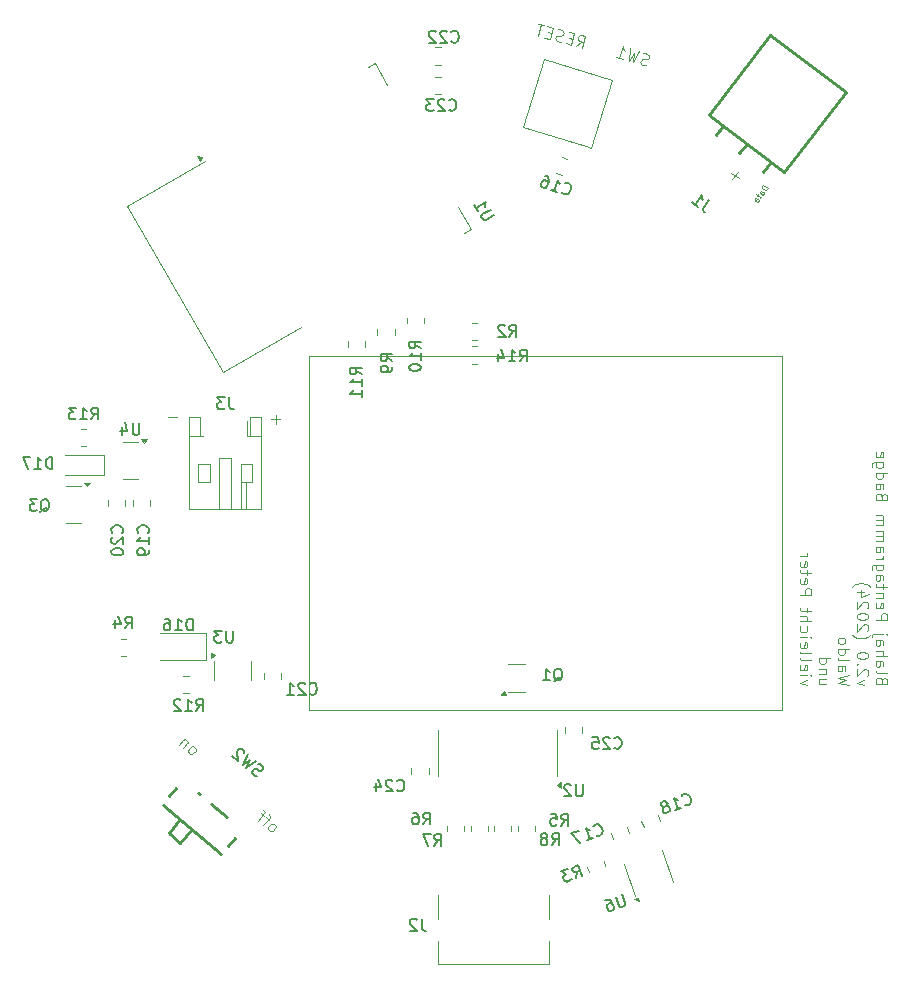
<source format=gbr>
%TF.GenerationSoftware,KiCad,Pcbnew,8.0.8*%
%TF.CreationDate,2025-04-01T18:22:34+02:00*%
%TF.ProjectId,Haibadge_B,48616962-6164-4676-955f-422e6b696361,rev?*%
%TF.SameCoordinates,Original*%
%TF.FileFunction,Legend,Bot*%
%TF.FilePolarity,Positive*%
%FSLAX46Y46*%
G04 Gerber Fmt 4.6, Leading zero omitted, Abs format (unit mm)*
G04 Created by KiCad (PCBNEW 8.0.8) date 2025-04-01 18:22:34*
%MOMM*%
%LPD*%
G01*
G04 APERTURE LIST*
%ADD10C,0.100000*%
%ADD11C,0.150000*%
%ADD12C,0.120000*%
%ADD13C,0.250000*%
G04 APERTURE END LIST*
D10*
X163435740Y-115197662D02*
X163036422Y-114896754D01*
X163036422Y-114896754D02*
X162964778Y-114991830D01*
X162964778Y-114991830D02*
X162940806Y-115063204D01*
X162940806Y-115063204D02*
X162950179Y-115129892D01*
X162950179Y-115129892D02*
X162973880Y-115177565D01*
X162973880Y-115177565D02*
X163035612Y-115253896D01*
X163035612Y-115253896D02*
X163092657Y-115296883D01*
X163092657Y-115296883D02*
X163183046Y-115335184D01*
X163183046Y-115335184D02*
X163235406Y-115344826D01*
X163235406Y-115344826D02*
X163302094Y-115335454D01*
X163302094Y-115335454D02*
X163364096Y-115292737D01*
X163364096Y-115292737D02*
X163435740Y-115197662D01*
X163005872Y-115768116D02*
X162796706Y-115610498D01*
X162796706Y-115610498D02*
X162773005Y-115562825D01*
X162773005Y-115562825D02*
X162782647Y-115510465D01*
X162782647Y-115510465D02*
X162839963Y-115434405D01*
X162839963Y-115434405D02*
X162887636Y-115410703D01*
X162986857Y-115753787D02*
X163034530Y-115730085D01*
X163034530Y-115730085D02*
X163106175Y-115635010D01*
X163106175Y-115635010D02*
X163115818Y-115582651D01*
X163115818Y-115582651D02*
X163092116Y-115534978D01*
X163092116Y-115534978D02*
X163054086Y-115506320D01*
X163054086Y-115506320D02*
X163001727Y-115496677D01*
X163001727Y-115496677D02*
X162954054Y-115520378D01*
X162954054Y-115520378D02*
X162882409Y-115615454D01*
X162882409Y-115615454D02*
X162834736Y-115639155D01*
X162639358Y-115700617D02*
X162524727Y-115852738D01*
X162463265Y-115657360D02*
X162805538Y-115915280D01*
X162805538Y-115915280D02*
X162829239Y-115962953D01*
X162829239Y-115962953D02*
X162819596Y-116015312D01*
X162819596Y-116015312D02*
X162790938Y-116053343D01*
X162561676Y-116357585D02*
X162352509Y-116199966D01*
X162352509Y-116199966D02*
X162328808Y-116152293D01*
X162328808Y-116152293D02*
X162338451Y-116099934D01*
X162338451Y-116099934D02*
X162395766Y-116023874D01*
X162395766Y-116023874D02*
X162443439Y-116000172D01*
X162542661Y-116343256D02*
X162590334Y-116319554D01*
X162590334Y-116319554D02*
X162661978Y-116224479D01*
X162661978Y-116224479D02*
X162671621Y-116172120D01*
X162671621Y-116172120D02*
X162647920Y-116124447D01*
X162647920Y-116124447D02*
X162609889Y-116095789D01*
X162609889Y-116095789D02*
X162557530Y-116086146D01*
X162557530Y-116086146D02*
X162509857Y-116109847D01*
X162509857Y-116109847D02*
X162438213Y-116204923D01*
X162438213Y-116204923D02*
X162390540Y-116228624D01*
X164600000Y-129400001D02*
X164600000Y-159400001D01*
X124600000Y-159400000D02*
X164600000Y-159400001D01*
X124600000Y-159400000D02*
X124600000Y-129400001D01*
X124600000Y-129400001D02*
X164600000Y-129400001D01*
X147187533Y-103150218D02*
X147632755Y-102776526D01*
X147739490Y-103298115D02*
X147998309Y-102332189D01*
X147998309Y-102332189D02*
X147630338Y-102233591D01*
X147630338Y-102233591D02*
X147526020Y-102254938D01*
X147526020Y-102254938D02*
X147467699Y-102288610D01*
X147467699Y-102288610D02*
X147397053Y-102368278D01*
X147397053Y-102368278D02*
X147360079Y-102506268D01*
X147360079Y-102506268D02*
X147381426Y-102610585D01*
X147381426Y-102610585D02*
X147415097Y-102668906D01*
X147415097Y-102668906D02*
X147494766Y-102739552D01*
X147494766Y-102739552D02*
X147862737Y-102838150D01*
X146909136Y-102533335D02*
X146587161Y-102447062D01*
X146313600Y-102916049D02*
X146773564Y-103039296D01*
X146773564Y-103039296D02*
X147032383Y-102073370D01*
X147032383Y-102073370D02*
X146572419Y-101950123D01*
X145957953Y-102771454D02*
X145807639Y-102780477D01*
X145807639Y-102780477D02*
X145577656Y-102718853D01*
X145577656Y-102718853D02*
X145497988Y-102648207D01*
X145497988Y-102648207D02*
X145464316Y-102589886D01*
X145464316Y-102589886D02*
X145442969Y-102485568D01*
X145442969Y-102485568D02*
X145467619Y-102393575D01*
X145467619Y-102393575D02*
X145538264Y-102313907D01*
X145538264Y-102313907D02*
X145596586Y-102280235D01*
X145596586Y-102280235D02*
X145700903Y-102258888D01*
X145700903Y-102258888D02*
X145897214Y-102262191D01*
X145897214Y-102262191D02*
X146001532Y-102240844D01*
X146001532Y-102240844D02*
X146059853Y-102207172D01*
X146059853Y-102207172D02*
X146130499Y-102127504D01*
X146130499Y-102127504D02*
X146155148Y-102035511D01*
X146155148Y-102035511D02*
X146133801Y-101931193D01*
X146133801Y-101931193D02*
X146100129Y-101872872D01*
X146100129Y-101872872D02*
X146020461Y-101802226D01*
X146020461Y-101802226D02*
X145790479Y-101740602D01*
X145790479Y-101740602D02*
X145640165Y-101749625D01*
X145115274Y-102052671D02*
X144793299Y-101966398D01*
X144519737Y-102435385D02*
X144979702Y-102558632D01*
X144979702Y-102558632D02*
X145238521Y-101592706D01*
X145238521Y-101592706D02*
X144778556Y-101469459D01*
X144502577Y-101395510D02*
X143950620Y-101247614D01*
X143967780Y-102287488D02*
X144226599Y-101321562D01*
X121289783Y-169615107D02*
X121393349Y-169639847D01*
X121393349Y-169639847D02*
X121460436Y-169633977D01*
X121460436Y-169633977D02*
X121558132Y-169591630D01*
X121558132Y-169591630D02*
X121741786Y-169372760D01*
X121741786Y-169372760D02*
X121766525Y-169269194D01*
X121766525Y-169269194D02*
X121760656Y-169202107D01*
X121760656Y-169202107D02*
X121718308Y-169104411D01*
X121718308Y-169104411D02*
X121608873Y-169012584D01*
X121608873Y-169012584D02*
X121505308Y-168987844D01*
X121505308Y-168987844D02*
X121438221Y-168993714D01*
X121438221Y-168993714D02*
X121340524Y-169036061D01*
X121340524Y-169036061D02*
X121156871Y-169254931D01*
X121156871Y-169254931D02*
X121132131Y-169358497D01*
X121132131Y-169358497D02*
X121138001Y-169425584D01*
X121138001Y-169425584D02*
X121180348Y-169523280D01*
X121180348Y-169523280D02*
X121289783Y-169615107D01*
X121244090Y-168706495D02*
X120952264Y-168461623D01*
X120706130Y-169125364D02*
X121257091Y-168468754D01*
X121257091Y-168468754D02*
X121281831Y-168365189D01*
X121281831Y-168365189D02*
X121239483Y-168267493D01*
X121239483Y-168267493D02*
X121166526Y-168206275D01*
X120806350Y-168339187D02*
X120514524Y-168094316D01*
X120268390Y-168758057D02*
X120819351Y-168101447D01*
X120819351Y-168101447D02*
X120844091Y-167997881D01*
X120844091Y-167997881D02*
X120801743Y-167900185D01*
X120801743Y-167900185D02*
X120728786Y-167838967D01*
X160890985Y-113786649D02*
X160432459Y-114395133D01*
X160965964Y-114320154D02*
X160357480Y-113861628D01*
X173091166Y-156862782D02*
X173043547Y-156719925D01*
X173043547Y-156719925D02*
X172995928Y-156672306D01*
X172995928Y-156672306D02*
X172900690Y-156624687D01*
X172900690Y-156624687D02*
X172757833Y-156624687D01*
X172757833Y-156624687D02*
X172662595Y-156672306D01*
X172662595Y-156672306D02*
X172614976Y-156719925D01*
X172614976Y-156719925D02*
X172567356Y-156815163D01*
X172567356Y-156815163D02*
X172567356Y-157196115D01*
X172567356Y-157196115D02*
X173567356Y-157196115D01*
X173567356Y-157196115D02*
X173567356Y-156862782D01*
X173567356Y-156862782D02*
X173519737Y-156767544D01*
X173519737Y-156767544D02*
X173472118Y-156719925D01*
X173472118Y-156719925D02*
X173376880Y-156672306D01*
X173376880Y-156672306D02*
X173281642Y-156672306D01*
X173281642Y-156672306D02*
X173186404Y-156719925D01*
X173186404Y-156719925D02*
X173138785Y-156767544D01*
X173138785Y-156767544D02*
X173091166Y-156862782D01*
X173091166Y-156862782D02*
X173091166Y-157196115D01*
X172567356Y-156053258D02*
X172614976Y-156148496D01*
X172614976Y-156148496D02*
X172710214Y-156196115D01*
X172710214Y-156196115D02*
X173567356Y-156196115D01*
X172567356Y-155243734D02*
X173091166Y-155243734D01*
X173091166Y-155243734D02*
X173186404Y-155291353D01*
X173186404Y-155291353D02*
X173234023Y-155386591D01*
X173234023Y-155386591D02*
X173234023Y-155577067D01*
X173234023Y-155577067D02*
X173186404Y-155672305D01*
X172614976Y-155243734D02*
X172567356Y-155338972D01*
X172567356Y-155338972D02*
X172567356Y-155577067D01*
X172567356Y-155577067D02*
X172614976Y-155672305D01*
X172614976Y-155672305D02*
X172710214Y-155719924D01*
X172710214Y-155719924D02*
X172805452Y-155719924D01*
X172805452Y-155719924D02*
X172900690Y-155672305D01*
X172900690Y-155672305D02*
X172948309Y-155577067D01*
X172948309Y-155577067D02*
X172948309Y-155338972D01*
X172948309Y-155338972D02*
X172995928Y-155243734D01*
X172567356Y-154767543D02*
X173567356Y-154767543D01*
X172567356Y-154338972D02*
X173091166Y-154338972D01*
X173091166Y-154338972D02*
X173186404Y-154386591D01*
X173186404Y-154386591D02*
X173234023Y-154481829D01*
X173234023Y-154481829D02*
X173234023Y-154624686D01*
X173234023Y-154624686D02*
X173186404Y-154719924D01*
X173186404Y-154719924D02*
X173138785Y-154767543D01*
X172567356Y-153434210D02*
X173091166Y-153434210D01*
X173091166Y-153434210D02*
X173186404Y-153481829D01*
X173186404Y-153481829D02*
X173234023Y-153577067D01*
X173234023Y-153577067D02*
X173234023Y-153767543D01*
X173234023Y-153767543D02*
X173186404Y-153862781D01*
X172614976Y-153434210D02*
X172567356Y-153529448D01*
X172567356Y-153529448D02*
X172567356Y-153767543D01*
X172567356Y-153767543D02*
X172614976Y-153862781D01*
X172614976Y-153862781D02*
X172710214Y-153910400D01*
X172710214Y-153910400D02*
X172805452Y-153910400D01*
X172805452Y-153910400D02*
X172900690Y-153862781D01*
X172900690Y-153862781D02*
X172948309Y-153767543D01*
X172948309Y-153767543D02*
X172948309Y-153529448D01*
X172948309Y-153529448D02*
X172995928Y-153434210D01*
X173234023Y-152958019D02*
X172376880Y-152958019D01*
X172376880Y-152958019D02*
X172281642Y-153005638D01*
X172281642Y-153005638D02*
X172234023Y-153100876D01*
X172234023Y-153100876D02*
X172234023Y-153148495D01*
X173567356Y-152958019D02*
X173519737Y-153005638D01*
X173519737Y-153005638D02*
X173472118Y-152958019D01*
X173472118Y-152958019D02*
X173519737Y-152910400D01*
X173519737Y-152910400D02*
X173567356Y-152958019D01*
X173567356Y-152958019D02*
X173472118Y-152958019D01*
X172567356Y-151719924D02*
X173567356Y-151719924D01*
X173567356Y-151719924D02*
X173567356Y-151338972D01*
X173567356Y-151338972D02*
X173519737Y-151243734D01*
X173519737Y-151243734D02*
X173472118Y-151196115D01*
X173472118Y-151196115D02*
X173376880Y-151148496D01*
X173376880Y-151148496D02*
X173234023Y-151148496D01*
X173234023Y-151148496D02*
X173138785Y-151196115D01*
X173138785Y-151196115D02*
X173091166Y-151243734D01*
X173091166Y-151243734D02*
X173043547Y-151338972D01*
X173043547Y-151338972D02*
X173043547Y-151719924D01*
X172614976Y-150338972D02*
X172567356Y-150434210D01*
X172567356Y-150434210D02*
X172567356Y-150624686D01*
X172567356Y-150624686D02*
X172614976Y-150719924D01*
X172614976Y-150719924D02*
X172710214Y-150767543D01*
X172710214Y-150767543D02*
X173091166Y-150767543D01*
X173091166Y-150767543D02*
X173186404Y-150719924D01*
X173186404Y-150719924D02*
X173234023Y-150624686D01*
X173234023Y-150624686D02*
X173234023Y-150434210D01*
X173234023Y-150434210D02*
X173186404Y-150338972D01*
X173186404Y-150338972D02*
X173091166Y-150291353D01*
X173091166Y-150291353D02*
X172995928Y-150291353D01*
X172995928Y-150291353D02*
X172900690Y-150767543D01*
X173234023Y-149862781D02*
X172567356Y-149862781D01*
X173138785Y-149862781D02*
X173186404Y-149815162D01*
X173186404Y-149815162D02*
X173234023Y-149719924D01*
X173234023Y-149719924D02*
X173234023Y-149577067D01*
X173234023Y-149577067D02*
X173186404Y-149481829D01*
X173186404Y-149481829D02*
X173091166Y-149434210D01*
X173091166Y-149434210D02*
X172567356Y-149434210D01*
X173234023Y-149100876D02*
X173234023Y-148719924D01*
X173567356Y-148958019D02*
X172710214Y-148958019D01*
X172710214Y-148958019D02*
X172614976Y-148910400D01*
X172614976Y-148910400D02*
X172567356Y-148815162D01*
X172567356Y-148815162D02*
X172567356Y-148719924D01*
X172567356Y-147958019D02*
X173091166Y-147958019D01*
X173091166Y-147958019D02*
X173186404Y-148005638D01*
X173186404Y-148005638D02*
X173234023Y-148100876D01*
X173234023Y-148100876D02*
X173234023Y-148291352D01*
X173234023Y-148291352D02*
X173186404Y-148386590D01*
X172614976Y-147958019D02*
X172567356Y-148053257D01*
X172567356Y-148053257D02*
X172567356Y-148291352D01*
X172567356Y-148291352D02*
X172614976Y-148386590D01*
X172614976Y-148386590D02*
X172710214Y-148434209D01*
X172710214Y-148434209D02*
X172805452Y-148434209D01*
X172805452Y-148434209D02*
X172900690Y-148386590D01*
X172900690Y-148386590D02*
X172948309Y-148291352D01*
X172948309Y-148291352D02*
X172948309Y-148053257D01*
X172948309Y-148053257D02*
X172995928Y-147958019D01*
X173234023Y-147053257D02*
X172424499Y-147053257D01*
X172424499Y-147053257D02*
X172329261Y-147100876D01*
X172329261Y-147100876D02*
X172281642Y-147148495D01*
X172281642Y-147148495D02*
X172234023Y-147243733D01*
X172234023Y-147243733D02*
X172234023Y-147386590D01*
X172234023Y-147386590D02*
X172281642Y-147481828D01*
X172614976Y-147053257D02*
X172567356Y-147148495D01*
X172567356Y-147148495D02*
X172567356Y-147338971D01*
X172567356Y-147338971D02*
X172614976Y-147434209D01*
X172614976Y-147434209D02*
X172662595Y-147481828D01*
X172662595Y-147481828D02*
X172757833Y-147529447D01*
X172757833Y-147529447D02*
X173043547Y-147529447D01*
X173043547Y-147529447D02*
X173138785Y-147481828D01*
X173138785Y-147481828D02*
X173186404Y-147434209D01*
X173186404Y-147434209D02*
X173234023Y-147338971D01*
X173234023Y-147338971D02*
X173234023Y-147148495D01*
X173234023Y-147148495D02*
X173186404Y-147053257D01*
X172567356Y-146577066D02*
X173234023Y-146577066D01*
X173043547Y-146577066D02*
X173138785Y-146529447D01*
X173138785Y-146529447D02*
X173186404Y-146481828D01*
X173186404Y-146481828D02*
X173234023Y-146386590D01*
X173234023Y-146386590D02*
X173234023Y-146291352D01*
X172567356Y-145529447D02*
X173091166Y-145529447D01*
X173091166Y-145529447D02*
X173186404Y-145577066D01*
X173186404Y-145577066D02*
X173234023Y-145672304D01*
X173234023Y-145672304D02*
X173234023Y-145862780D01*
X173234023Y-145862780D02*
X173186404Y-145958018D01*
X172614976Y-145529447D02*
X172567356Y-145624685D01*
X172567356Y-145624685D02*
X172567356Y-145862780D01*
X172567356Y-145862780D02*
X172614976Y-145958018D01*
X172614976Y-145958018D02*
X172710214Y-146005637D01*
X172710214Y-146005637D02*
X172805452Y-146005637D01*
X172805452Y-146005637D02*
X172900690Y-145958018D01*
X172900690Y-145958018D02*
X172948309Y-145862780D01*
X172948309Y-145862780D02*
X172948309Y-145624685D01*
X172948309Y-145624685D02*
X172995928Y-145529447D01*
X172567356Y-145053256D02*
X173234023Y-145053256D01*
X173138785Y-145053256D02*
X173186404Y-145005637D01*
X173186404Y-145005637D02*
X173234023Y-144910399D01*
X173234023Y-144910399D02*
X173234023Y-144767542D01*
X173234023Y-144767542D02*
X173186404Y-144672304D01*
X173186404Y-144672304D02*
X173091166Y-144624685D01*
X173091166Y-144624685D02*
X172567356Y-144624685D01*
X173091166Y-144624685D02*
X173186404Y-144577066D01*
X173186404Y-144577066D02*
X173234023Y-144481828D01*
X173234023Y-144481828D02*
X173234023Y-144338971D01*
X173234023Y-144338971D02*
X173186404Y-144243732D01*
X173186404Y-144243732D02*
X173091166Y-144196113D01*
X173091166Y-144196113D02*
X172567356Y-144196113D01*
X172567356Y-143719923D02*
X173234023Y-143719923D01*
X173138785Y-143719923D02*
X173186404Y-143672304D01*
X173186404Y-143672304D02*
X173234023Y-143577066D01*
X173234023Y-143577066D02*
X173234023Y-143434209D01*
X173234023Y-143434209D02*
X173186404Y-143338971D01*
X173186404Y-143338971D02*
X173091166Y-143291352D01*
X173091166Y-143291352D02*
X172567356Y-143291352D01*
X173091166Y-143291352D02*
X173186404Y-143243733D01*
X173186404Y-143243733D02*
X173234023Y-143148495D01*
X173234023Y-143148495D02*
X173234023Y-143005638D01*
X173234023Y-143005638D02*
X173186404Y-142910399D01*
X173186404Y-142910399D02*
X173091166Y-142862780D01*
X173091166Y-142862780D02*
X172567356Y-142862780D01*
X173091166Y-141291352D02*
X173043547Y-141148495D01*
X173043547Y-141148495D02*
X172995928Y-141100876D01*
X172995928Y-141100876D02*
X172900690Y-141053257D01*
X172900690Y-141053257D02*
X172757833Y-141053257D01*
X172757833Y-141053257D02*
X172662595Y-141100876D01*
X172662595Y-141100876D02*
X172614976Y-141148495D01*
X172614976Y-141148495D02*
X172567356Y-141243733D01*
X172567356Y-141243733D02*
X172567356Y-141624685D01*
X172567356Y-141624685D02*
X173567356Y-141624685D01*
X173567356Y-141624685D02*
X173567356Y-141291352D01*
X173567356Y-141291352D02*
X173519737Y-141196114D01*
X173519737Y-141196114D02*
X173472118Y-141148495D01*
X173472118Y-141148495D02*
X173376880Y-141100876D01*
X173376880Y-141100876D02*
X173281642Y-141100876D01*
X173281642Y-141100876D02*
X173186404Y-141148495D01*
X173186404Y-141148495D02*
X173138785Y-141196114D01*
X173138785Y-141196114D02*
X173091166Y-141291352D01*
X173091166Y-141291352D02*
X173091166Y-141624685D01*
X172567356Y-140196114D02*
X173091166Y-140196114D01*
X173091166Y-140196114D02*
X173186404Y-140243733D01*
X173186404Y-140243733D02*
X173234023Y-140338971D01*
X173234023Y-140338971D02*
X173234023Y-140529447D01*
X173234023Y-140529447D02*
X173186404Y-140624685D01*
X172614976Y-140196114D02*
X172567356Y-140291352D01*
X172567356Y-140291352D02*
X172567356Y-140529447D01*
X172567356Y-140529447D02*
X172614976Y-140624685D01*
X172614976Y-140624685D02*
X172710214Y-140672304D01*
X172710214Y-140672304D02*
X172805452Y-140672304D01*
X172805452Y-140672304D02*
X172900690Y-140624685D01*
X172900690Y-140624685D02*
X172948309Y-140529447D01*
X172948309Y-140529447D02*
X172948309Y-140291352D01*
X172948309Y-140291352D02*
X172995928Y-140196114D01*
X172567356Y-139291352D02*
X173567356Y-139291352D01*
X172614976Y-139291352D02*
X172567356Y-139386590D01*
X172567356Y-139386590D02*
X172567356Y-139577066D01*
X172567356Y-139577066D02*
X172614976Y-139672304D01*
X172614976Y-139672304D02*
X172662595Y-139719923D01*
X172662595Y-139719923D02*
X172757833Y-139767542D01*
X172757833Y-139767542D02*
X173043547Y-139767542D01*
X173043547Y-139767542D02*
X173138785Y-139719923D01*
X173138785Y-139719923D02*
X173186404Y-139672304D01*
X173186404Y-139672304D02*
X173234023Y-139577066D01*
X173234023Y-139577066D02*
X173234023Y-139386590D01*
X173234023Y-139386590D02*
X173186404Y-139291352D01*
X173234023Y-138386590D02*
X172424499Y-138386590D01*
X172424499Y-138386590D02*
X172329261Y-138434209D01*
X172329261Y-138434209D02*
X172281642Y-138481828D01*
X172281642Y-138481828D02*
X172234023Y-138577066D01*
X172234023Y-138577066D02*
X172234023Y-138719923D01*
X172234023Y-138719923D02*
X172281642Y-138815161D01*
X172614976Y-138386590D02*
X172567356Y-138481828D01*
X172567356Y-138481828D02*
X172567356Y-138672304D01*
X172567356Y-138672304D02*
X172614976Y-138767542D01*
X172614976Y-138767542D02*
X172662595Y-138815161D01*
X172662595Y-138815161D02*
X172757833Y-138862780D01*
X172757833Y-138862780D02*
X173043547Y-138862780D01*
X173043547Y-138862780D02*
X173138785Y-138815161D01*
X173138785Y-138815161D02*
X173186404Y-138767542D01*
X173186404Y-138767542D02*
X173234023Y-138672304D01*
X173234023Y-138672304D02*
X173234023Y-138481828D01*
X173234023Y-138481828D02*
X173186404Y-138386590D01*
X172614976Y-137529447D02*
X172567356Y-137624685D01*
X172567356Y-137624685D02*
X172567356Y-137815161D01*
X172567356Y-137815161D02*
X172614976Y-137910399D01*
X172614976Y-137910399D02*
X172710214Y-137958018D01*
X172710214Y-137958018D02*
X173091166Y-137958018D01*
X173091166Y-137958018D02*
X173186404Y-137910399D01*
X173186404Y-137910399D02*
X173234023Y-137815161D01*
X173234023Y-137815161D02*
X173234023Y-137624685D01*
X173234023Y-137624685D02*
X173186404Y-137529447D01*
X173186404Y-137529447D02*
X173091166Y-137481828D01*
X173091166Y-137481828D02*
X172995928Y-137481828D01*
X172995928Y-137481828D02*
X172900690Y-137958018D01*
X171624079Y-157291353D02*
X170957412Y-157053258D01*
X170957412Y-157053258D02*
X171624079Y-156815163D01*
X171862174Y-156481829D02*
X171909793Y-156434210D01*
X171909793Y-156434210D02*
X171957412Y-156338972D01*
X171957412Y-156338972D02*
X171957412Y-156100877D01*
X171957412Y-156100877D02*
X171909793Y-156005639D01*
X171909793Y-156005639D02*
X171862174Y-155958020D01*
X171862174Y-155958020D02*
X171766936Y-155910401D01*
X171766936Y-155910401D02*
X171671698Y-155910401D01*
X171671698Y-155910401D02*
X171528841Y-155958020D01*
X171528841Y-155958020D02*
X170957412Y-156529448D01*
X170957412Y-156529448D02*
X170957412Y-155910401D01*
X171052651Y-155481829D02*
X171005032Y-155434210D01*
X171005032Y-155434210D02*
X170957412Y-155481829D01*
X170957412Y-155481829D02*
X171005032Y-155529448D01*
X171005032Y-155529448D02*
X171052651Y-155481829D01*
X171052651Y-155481829D02*
X170957412Y-155481829D01*
X171957412Y-154815163D02*
X171957412Y-154719925D01*
X171957412Y-154719925D02*
X171909793Y-154624687D01*
X171909793Y-154624687D02*
X171862174Y-154577068D01*
X171862174Y-154577068D02*
X171766936Y-154529449D01*
X171766936Y-154529449D02*
X171576460Y-154481830D01*
X171576460Y-154481830D02*
X171338365Y-154481830D01*
X171338365Y-154481830D02*
X171147889Y-154529449D01*
X171147889Y-154529449D02*
X171052651Y-154577068D01*
X171052651Y-154577068D02*
X171005032Y-154624687D01*
X171005032Y-154624687D02*
X170957412Y-154719925D01*
X170957412Y-154719925D02*
X170957412Y-154815163D01*
X170957412Y-154815163D02*
X171005032Y-154910401D01*
X171005032Y-154910401D02*
X171052651Y-154958020D01*
X171052651Y-154958020D02*
X171147889Y-155005639D01*
X171147889Y-155005639D02*
X171338365Y-155053258D01*
X171338365Y-155053258D02*
X171576460Y-155053258D01*
X171576460Y-155053258D02*
X171766936Y-155005639D01*
X171766936Y-155005639D02*
X171862174Y-154958020D01*
X171862174Y-154958020D02*
X171909793Y-154910401D01*
X171909793Y-154910401D02*
X171957412Y-154815163D01*
X170576460Y-153005639D02*
X170624079Y-153053258D01*
X170624079Y-153053258D02*
X170766936Y-153148496D01*
X170766936Y-153148496D02*
X170862174Y-153196115D01*
X170862174Y-153196115D02*
X171005032Y-153243734D01*
X171005032Y-153243734D02*
X171243127Y-153291353D01*
X171243127Y-153291353D02*
X171433603Y-153291353D01*
X171433603Y-153291353D02*
X171671698Y-153243734D01*
X171671698Y-153243734D02*
X171814555Y-153196115D01*
X171814555Y-153196115D02*
X171909793Y-153148496D01*
X171909793Y-153148496D02*
X172052651Y-153053258D01*
X172052651Y-153053258D02*
X172100270Y-153005639D01*
X171862174Y-152672305D02*
X171909793Y-152624686D01*
X171909793Y-152624686D02*
X171957412Y-152529448D01*
X171957412Y-152529448D02*
X171957412Y-152291353D01*
X171957412Y-152291353D02*
X171909793Y-152196115D01*
X171909793Y-152196115D02*
X171862174Y-152148496D01*
X171862174Y-152148496D02*
X171766936Y-152100877D01*
X171766936Y-152100877D02*
X171671698Y-152100877D01*
X171671698Y-152100877D02*
X171528841Y-152148496D01*
X171528841Y-152148496D02*
X170957412Y-152719924D01*
X170957412Y-152719924D02*
X170957412Y-152100877D01*
X171957412Y-151481829D02*
X171957412Y-151386591D01*
X171957412Y-151386591D02*
X171909793Y-151291353D01*
X171909793Y-151291353D02*
X171862174Y-151243734D01*
X171862174Y-151243734D02*
X171766936Y-151196115D01*
X171766936Y-151196115D02*
X171576460Y-151148496D01*
X171576460Y-151148496D02*
X171338365Y-151148496D01*
X171338365Y-151148496D02*
X171147889Y-151196115D01*
X171147889Y-151196115D02*
X171052651Y-151243734D01*
X171052651Y-151243734D02*
X171005032Y-151291353D01*
X171005032Y-151291353D02*
X170957412Y-151386591D01*
X170957412Y-151386591D02*
X170957412Y-151481829D01*
X170957412Y-151481829D02*
X171005032Y-151577067D01*
X171005032Y-151577067D02*
X171052651Y-151624686D01*
X171052651Y-151624686D02*
X171147889Y-151672305D01*
X171147889Y-151672305D02*
X171338365Y-151719924D01*
X171338365Y-151719924D02*
X171576460Y-151719924D01*
X171576460Y-151719924D02*
X171766936Y-151672305D01*
X171766936Y-151672305D02*
X171862174Y-151624686D01*
X171862174Y-151624686D02*
X171909793Y-151577067D01*
X171909793Y-151577067D02*
X171957412Y-151481829D01*
X171862174Y-150767543D02*
X171909793Y-150719924D01*
X171909793Y-150719924D02*
X171957412Y-150624686D01*
X171957412Y-150624686D02*
X171957412Y-150386591D01*
X171957412Y-150386591D02*
X171909793Y-150291353D01*
X171909793Y-150291353D02*
X171862174Y-150243734D01*
X171862174Y-150243734D02*
X171766936Y-150196115D01*
X171766936Y-150196115D02*
X171671698Y-150196115D01*
X171671698Y-150196115D02*
X171528841Y-150243734D01*
X171528841Y-150243734D02*
X170957412Y-150815162D01*
X170957412Y-150815162D02*
X170957412Y-150196115D01*
X171624079Y-149338972D02*
X170957412Y-149338972D01*
X172005032Y-149577067D02*
X171290746Y-149815162D01*
X171290746Y-149815162D02*
X171290746Y-149196115D01*
X170576460Y-148910400D02*
X170624079Y-148862781D01*
X170624079Y-148862781D02*
X170766936Y-148767543D01*
X170766936Y-148767543D02*
X170862174Y-148719924D01*
X170862174Y-148719924D02*
X171005032Y-148672305D01*
X171005032Y-148672305D02*
X171243127Y-148624686D01*
X171243127Y-148624686D02*
X171433603Y-148624686D01*
X171433603Y-148624686D02*
X171671698Y-148672305D01*
X171671698Y-148672305D02*
X171814555Y-148719924D01*
X171814555Y-148719924D02*
X171909793Y-148767543D01*
X171909793Y-148767543D02*
X172052651Y-148862781D01*
X172052651Y-148862781D02*
X172100270Y-148910400D01*
X170347468Y-157291353D02*
X169347468Y-157053258D01*
X169347468Y-157053258D02*
X170061754Y-156862782D01*
X170061754Y-156862782D02*
X169347468Y-156672306D01*
X169347468Y-156672306D02*
X170347468Y-156434211D01*
X169347468Y-155624687D02*
X169871278Y-155624687D01*
X169871278Y-155624687D02*
X169966516Y-155672306D01*
X169966516Y-155672306D02*
X170014135Y-155767544D01*
X170014135Y-155767544D02*
X170014135Y-155958020D01*
X170014135Y-155958020D02*
X169966516Y-156053258D01*
X169395088Y-155624687D02*
X169347468Y-155719925D01*
X169347468Y-155719925D02*
X169347468Y-155958020D01*
X169347468Y-155958020D02*
X169395088Y-156053258D01*
X169395088Y-156053258D02*
X169490326Y-156100877D01*
X169490326Y-156100877D02*
X169585564Y-156100877D01*
X169585564Y-156100877D02*
X169680802Y-156053258D01*
X169680802Y-156053258D02*
X169728421Y-155958020D01*
X169728421Y-155958020D02*
X169728421Y-155719925D01*
X169728421Y-155719925D02*
X169776040Y-155624687D01*
X169347468Y-155005639D02*
X169395088Y-155100877D01*
X169395088Y-155100877D02*
X169490326Y-155148496D01*
X169490326Y-155148496D02*
X170347468Y-155148496D01*
X169347468Y-154196115D02*
X170347468Y-154196115D01*
X169395088Y-154196115D02*
X169347468Y-154291353D01*
X169347468Y-154291353D02*
X169347468Y-154481829D01*
X169347468Y-154481829D02*
X169395088Y-154577067D01*
X169395088Y-154577067D02*
X169442707Y-154624686D01*
X169442707Y-154624686D02*
X169537945Y-154672305D01*
X169537945Y-154672305D02*
X169823659Y-154672305D01*
X169823659Y-154672305D02*
X169918897Y-154624686D01*
X169918897Y-154624686D02*
X169966516Y-154577067D01*
X169966516Y-154577067D02*
X170014135Y-154481829D01*
X170014135Y-154481829D02*
X170014135Y-154291353D01*
X170014135Y-154291353D02*
X169966516Y-154196115D01*
X169347468Y-153577067D02*
X169395088Y-153672305D01*
X169395088Y-153672305D02*
X169442707Y-153719924D01*
X169442707Y-153719924D02*
X169537945Y-153767543D01*
X169537945Y-153767543D02*
X169823659Y-153767543D01*
X169823659Y-153767543D02*
X169918897Y-153719924D01*
X169918897Y-153719924D02*
X169966516Y-153672305D01*
X169966516Y-153672305D02*
X170014135Y-153577067D01*
X170014135Y-153577067D02*
X170014135Y-153434210D01*
X170014135Y-153434210D02*
X169966516Y-153338972D01*
X169966516Y-153338972D02*
X169918897Y-153291353D01*
X169918897Y-153291353D02*
X169823659Y-153243734D01*
X169823659Y-153243734D02*
X169537945Y-153243734D01*
X169537945Y-153243734D02*
X169442707Y-153291353D01*
X169442707Y-153291353D02*
X169395088Y-153338972D01*
X169395088Y-153338972D02*
X169347468Y-153434210D01*
X169347468Y-153434210D02*
X169347468Y-153577067D01*
X168404191Y-156767544D02*
X167737524Y-156767544D01*
X168404191Y-157196115D02*
X167880382Y-157196115D01*
X167880382Y-157196115D02*
X167785144Y-157148496D01*
X167785144Y-157148496D02*
X167737524Y-157053258D01*
X167737524Y-157053258D02*
X167737524Y-156910401D01*
X167737524Y-156910401D02*
X167785144Y-156815163D01*
X167785144Y-156815163D02*
X167832763Y-156767544D01*
X168404191Y-156291353D02*
X167737524Y-156291353D01*
X168308953Y-156291353D02*
X168356572Y-156243734D01*
X168356572Y-156243734D02*
X168404191Y-156148496D01*
X168404191Y-156148496D02*
X168404191Y-156005639D01*
X168404191Y-156005639D02*
X168356572Y-155910401D01*
X168356572Y-155910401D02*
X168261334Y-155862782D01*
X168261334Y-155862782D02*
X167737524Y-155862782D01*
X167737524Y-154958020D02*
X168737524Y-154958020D01*
X167785144Y-154958020D02*
X167737524Y-155053258D01*
X167737524Y-155053258D02*
X167737524Y-155243734D01*
X167737524Y-155243734D02*
X167785144Y-155338972D01*
X167785144Y-155338972D02*
X167832763Y-155386591D01*
X167832763Y-155386591D02*
X167928001Y-155434210D01*
X167928001Y-155434210D02*
X168213715Y-155434210D01*
X168213715Y-155434210D02*
X168308953Y-155386591D01*
X168308953Y-155386591D02*
X168356572Y-155338972D01*
X168356572Y-155338972D02*
X168404191Y-155243734D01*
X168404191Y-155243734D02*
X168404191Y-155053258D01*
X168404191Y-155053258D02*
X168356572Y-154958020D01*
X166794247Y-157291353D02*
X166127580Y-157053258D01*
X166127580Y-157053258D02*
X166794247Y-156815163D01*
X166127580Y-156434210D02*
X166794247Y-156434210D01*
X167127580Y-156434210D02*
X167079961Y-156481829D01*
X167079961Y-156481829D02*
X167032342Y-156434210D01*
X167032342Y-156434210D02*
X167079961Y-156386591D01*
X167079961Y-156386591D02*
X167127580Y-156434210D01*
X167127580Y-156434210D02*
X167032342Y-156434210D01*
X166175200Y-155577068D02*
X166127580Y-155672306D01*
X166127580Y-155672306D02*
X166127580Y-155862782D01*
X166127580Y-155862782D02*
X166175200Y-155958020D01*
X166175200Y-155958020D02*
X166270438Y-156005639D01*
X166270438Y-156005639D02*
X166651390Y-156005639D01*
X166651390Y-156005639D02*
X166746628Y-155958020D01*
X166746628Y-155958020D02*
X166794247Y-155862782D01*
X166794247Y-155862782D02*
X166794247Y-155672306D01*
X166794247Y-155672306D02*
X166746628Y-155577068D01*
X166746628Y-155577068D02*
X166651390Y-155529449D01*
X166651390Y-155529449D02*
X166556152Y-155529449D01*
X166556152Y-155529449D02*
X166460914Y-156005639D01*
X166127580Y-154958020D02*
X166175200Y-155053258D01*
X166175200Y-155053258D02*
X166270438Y-155100877D01*
X166270438Y-155100877D02*
X167127580Y-155100877D01*
X166127580Y-154434210D02*
X166175200Y-154529448D01*
X166175200Y-154529448D02*
X166270438Y-154577067D01*
X166270438Y-154577067D02*
X167127580Y-154577067D01*
X166175200Y-153672305D02*
X166127580Y-153767543D01*
X166127580Y-153767543D02*
X166127580Y-153958019D01*
X166127580Y-153958019D02*
X166175200Y-154053257D01*
X166175200Y-154053257D02*
X166270438Y-154100876D01*
X166270438Y-154100876D02*
X166651390Y-154100876D01*
X166651390Y-154100876D02*
X166746628Y-154053257D01*
X166746628Y-154053257D02*
X166794247Y-153958019D01*
X166794247Y-153958019D02*
X166794247Y-153767543D01*
X166794247Y-153767543D02*
X166746628Y-153672305D01*
X166746628Y-153672305D02*
X166651390Y-153624686D01*
X166651390Y-153624686D02*
X166556152Y-153624686D01*
X166556152Y-153624686D02*
X166460914Y-154100876D01*
X166127580Y-153196114D02*
X166794247Y-153196114D01*
X167127580Y-153196114D02*
X167079961Y-153243733D01*
X167079961Y-153243733D02*
X167032342Y-153196114D01*
X167032342Y-153196114D02*
X167079961Y-153148495D01*
X167079961Y-153148495D02*
X167127580Y-153196114D01*
X167127580Y-153196114D02*
X167032342Y-153196114D01*
X166175200Y-152291353D02*
X166127580Y-152386591D01*
X166127580Y-152386591D02*
X166127580Y-152577067D01*
X166127580Y-152577067D02*
X166175200Y-152672305D01*
X166175200Y-152672305D02*
X166222819Y-152719924D01*
X166222819Y-152719924D02*
X166318057Y-152767543D01*
X166318057Y-152767543D02*
X166603771Y-152767543D01*
X166603771Y-152767543D02*
X166699009Y-152719924D01*
X166699009Y-152719924D02*
X166746628Y-152672305D01*
X166746628Y-152672305D02*
X166794247Y-152577067D01*
X166794247Y-152577067D02*
X166794247Y-152386591D01*
X166794247Y-152386591D02*
X166746628Y-152291353D01*
X166127580Y-151862781D02*
X167127580Y-151862781D01*
X166127580Y-151434210D02*
X166651390Y-151434210D01*
X166651390Y-151434210D02*
X166746628Y-151481829D01*
X166746628Y-151481829D02*
X166794247Y-151577067D01*
X166794247Y-151577067D02*
X166794247Y-151719924D01*
X166794247Y-151719924D02*
X166746628Y-151815162D01*
X166746628Y-151815162D02*
X166699009Y-151862781D01*
X166794247Y-151100876D02*
X166794247Y-150719924D01*
X167127580Y-150958019D02*
X166270438Y-150958019D01*
X166270438Y-150958019D02*
X166175200Y-150910400D01*
X166175200Y-150910400D02*
X166127580Y-150815162D01*
X166127580Y-150815162D02*
X166127580Y-150719924D01*
X166127580Y-149624685D02*
X167127580Y-149624685D01*
X167127580Y-149624685D02*
X167127580Y-149243733D01*
X167127580Y-149243733D02*
X167079961Y-149148495D01*
X167079961Y-149148495D02*
X167032342Y-149100876D01*
X167032342Y-149100876D02*
X166937104Y-149053257D01*
X166937104Y-149053257D02*
X166794247Y-149053257D01*
X166794247Y-149053257D02*
X166699009Y-149100876D01*
X166699009Y-149100876D02*
X166651390Y-149148495D01*
X166651390Y-149148495D02*
X166603771Y-149243733D01*
X166603771Y-149243733D02*
X166603771Y-149624685D01*
X166175200Y-148243733D02*
X166127580Y-148338971D01*
X166127580Y-148338971D02*
X166127580Y-148529447D01*
X166127580Y-148529447D02*
X166175200Y-148624685D01*
X166175200Y-148624685D02*
X166270438Y-148672304D01*
X166270438Y-148672304D02*
X166651390Y-148672304D01*
X166651390Y-148672304D02*
X166746628Y-148624685D01*
X166746628Y-148624685D02*
X166794247Y-148529447D01*
X166794247Y-148529447D02*
X166794247Y-148338971D01*
X166794247Y-148338971D02*
X166746628Y-148243733D01*
X166746628Y-148243733D02*
X166651390Y-148196114D01*
X166651390Y-148196114D02*
X166556152Y-148196114D01*
X166556152Y-148196114D02*
X166460914Y-148672304D01*
X166794247Y-147910399D02*
X166794247Y-147529447D01*
X167127580Y-147767542D02*
X166270438Y-147767542D01*
X166270438Y-147767542D02*
X166175200Y-147719923D01*
X166175200Y-147719923D02*
X166127580Y-147624685D01*
X166127580Y-147624685D02*
X166127580Y-147529447D01*
X166175200Y-146815161D02*
X166127580Y-146910399D01*
X166127580Y-146910399D02*
X166127580Y-147100875D01*
X166127580Y-147100875D02*
X166175200Y-147196113D01*
X166175200Y-147196113D02*
X166270438Y-147243732D01*
X166270438Y-147243732D02*
X166651390Y-147243732D01*
X166651390Y-147243732D02*
X166746628Y-147196113D01*
X166746628Y-147196113D02*
X166794247Y-147100875D01*
X166794247Y-147100875D02*
X166794247Y-146910399D01*
X166794247Y-146910399D02*
X166746628Y-146815161D01*
X166746628Y-146815161D02*
X166651390Y-146767542D01*
X166651390Y-146767542D02*
X166556152Y-146767542D01*
X166556152Y-146767542D02*
X166460914Y-147243732D01*
X166127580Y-146338970D02*
X166794247Y-146338970D01*
X166603771Y-146338970D02*
X166699009Y-146291351D01*
X166699009Y-146291351D02*
X166746628Y-146243732D01*
X166746628Y-146243732D02*
X166794247Y-146148494D01*
X166794247Y-146148494D02*
X166794247Y-146053256D01*
X113396115Y-134541466D02*
X112634211Y-134541466D01*
X122146115Y-134741466D02*
X121384211Y-134741466D01*
X121765163Y-135122419D02*
X121765163Y-134360514D01*
X114539783Y-163065107D02*
X114643349Y-163089847D01*
X114643349Y-163089847D02*
X114710436Y-163083977D01*
X114710436Y-163083977D02*
X114808132Y-163041630D01*
X114808132Y-163041630D02*
X114991786Y-162822760D01*
X114991786Y-162822760D02*
X115016525Y-162719194D01*
X115016525Y-162719194D02*
X115010656Y-162652107D01*
X115010656Y-162652107D02*
X114968308Y-162554411D01*
X114968308Y-162554411D02*
X114858873Y-162462584D01*
X114858873Y-162462584D02*
X114755308Y-162437844D01*
X114755308Y-162437844D02*
X114688221Y-162443714D01*
X114688221Y-162443714D02*
X114590524Y-162486061D01*
X114590524Y-162486061D02*
X114406871Y-162704931D01*
X114406871Y-162704931D02*
X114382131Y-162808497D01*
X114382131Y-162808497D02*
X114388001Y-162875584D01*
X114388001Y-162875584D02*
X114430348Y-162973280D01*
X114430348Y-162973280D02*
X114539783Y-163065107D01*
X114384655Y-162064668D02*
X113956130Y-162575364D01*
X114323437Y-162137624D02*
X114317568Y-162070537D01*
X114317568Y-162070537D02*
X114275220Y-161972841D01*
X114275220Y-161972841D02*
X114165785Y-161881014D01*
X114165785Y-161881014D02*
X114062220Y-161856275D01*
X114062220Y-161856275D02*
X113964524Y-161898622D01*
X113964524Y-161898622D02*
X113627825Y-162299884D01*
D11*
X134054819Y-128757142D02*
X133578628Y-128423809D01*
X134054819Y-128185714D02*
X133054819Y-128185714D01*
X133054819Y-128185714D02*
X133054819Y-128566666D01*
X133054819Y-128566666D02*
X133102438Y-128661904D01*
X133102438Y-128661904D02*
X133150057Y-128709523D01*
X133150057Y-128709523D02*
X133245295Y-128757142D01*
X133245295Y-128757142D02*
X133388152Y-128757142D01*
X133388152Y-128757142D02*
X133483390Y-128709523D01*
X133483390Y-128709523D02*
X133531009Y-128661904D01*
X133531009Y-128661904D02*
X133578628Y-128566666D01*
X133578628Y-128566666D02*
X133578628Y-128185714D01*
X134054819Y-129709523D02*
X134054819Y-129138095D01*
X134054819Y-129423809D02*
X133054819Y-129423809D01*
X133054819Y-129423809D02*
X133197676Y-129328571D01*
X133197676Y-129328571D02*
X133292914Y-129233333D01*
X133292914Y-129233333D02*
X133340533Y-129138095D01*
X133054819Y-130328571D02*
X133054819Y-130423809D01*
X133054819Y-130423809D02*
X133102438Y-130519047D01*
X133102438Y-130519047D02*
X133150057Y-130566666D01*
X133150057Y-130566666D02*
X133245295Y-130614285D01*
X133245295Y-130614285D02*
X133435771Y-130661904D01*
X133435771Y-130661904D02*
X133673866Y-130661904D01*
X133673866Y-130661904D02*
X133864342Y-130614285D01*
X133864342Y-130614285D02*
X133959580Y-130566666D01*
X133959580Y-130566666D02*
X134007200Y-130519047D01*
X134007200Y-130519047D02*
X134054819Y-130423809D01*
X134054819Y-130423809D02*
X134054819Y-130328571D01*
X134054819Y-130328571D02*
X134007200Y-130233333D01*
X134007200Y-130233333D02*
X133959580Y-130185714D01*
X133959580Y-130185714D02*
X133864342Y-130138095D01*
X133864342Y-130138095D02*
X133673866Y-130090476D01*
X133673866Y-130090476D02*
X133435771Y-130090476D01*
X133435771Y-130090476D02*
X133245295Y-130138095D01*
X133245295Y-130138095D02*
X133150057Y-130185714D01*
X133150057Y-130185714D02*
X133102438Y-130233333D01*
X133102438Y-130233333D02*
X133054819Y-130328571D01*
X136642857Y-102759580D02*
X136690476Y-102807200D01*
X136690476Y-102807200D02*
X136833333Y-102854819D01*
X136833333Y-102854819D02*
X136928571Y-102854819D01*
X136928571Y-102854819D02*
X137071428Y-102807200D01*
X137071428Y-102807200D02*
X137166666Y-102711961D01*
X137166666Y-102711961D02*
X137214285Y-102616723D01*
X137214285Y-102616723D02*
X137261904Y-102426247D01*
X137261904Y-102426247D02*
X137261904Y-102283390D01*
X137261904Y-102283390D02*
X137214285Y-102092914D01*
X137214285Y-102092914D02*
X137166666Y-101997676D01*
X137166666Y-101997676D02*
X137071428Y-101902438D01*
X137071428Y-101902438D02*
X136928571Y-101854819D01*
X136928571Y-101854819D02*
X136833333Y-101854819D01*
X136833333Y-101854819D02*
X136690476Y-101902438D01*
X136690476Y-101902438D02*
X136642857Y-101950057D01*
X136261904Y-101950057D02*
X136214285Y-101902438D01*
X136214285Y-101902438D02*
X136119047Y-101854819D01*
X136119047Y-101854819D02*
X135880952Y-101854819D01*
X135880952Y-101854819D02*
X135785714Y-101902438D01*
X135785714Y-101902438D02*
X135738095Y-101950057D01*
X135738095Y-101950057D02*
X135690476Y-102045295D01*
X135690476Y-102045295D02*
X135690476Y-102140533D01*
X135690476Y-102140533D02*
X135738095Y-102283390D01*
X135738095Y-102283390D02*
X136309523Y-102854819D01*
X136309523Y-102854819D02*
X135690476Y-102854819D01*
X135309523Y-101950057D02*
X135261904Y-101902438D01*
X135261904Y-101902438D02*
X135166666Y-101854819D01*
X135166666Y-101854819D02*
X134928571Y-101854819D01*
X134928571Y-101854819D02*
X134833333Y-101902438D01*
X134833333Y-101902438D02*
X134785714Y-101950057D01*
X134785714Y-101950057D02*
X134738095Y-102045295D01*
X134738095Y-102045295D02*
X134738095Y-102140533D01*
X134738095Y-102140533D02*
X134785714Y-102283390D01*
X134785714Y-102283390D02*
X135357142Y-102854819D01*
X135357142Y-102854819D02*
X134738095Y-102854819D01*
X109029166Y-152454819D02*
X109362499Y-151978628D01*
X109600594Y-152454819D02*
X109600594Y-151454819D01*
X109600594Y-151454819D02*
X109219642Y-151454819D01*
X109219642Y-151454819D02*
X109124404Y-151502438D01*
X109124404Y-151502438D02*
X109076785Y-151550057D01*
X109076785Y-151550057D02*
X109029166Y-151645295D01*
X109029166Y-151645295D02*
X109029166Y-151788152D01*
X109029166Y-151788152D02*
X109076785Y-151883390D01*
X109076785Y-151883390D02*
X109124404Y-151931009D01*
X109124404Y-151931009D02*
X109219642Y-151978628D01*
X109219642Y-151978628D02*
X109600594Y-151978628D01*
X108172023Y-151788152D02*
X108172023Y-152454819D01*
X108410118Y-151407200D02*
X108648213Y-152121485D01*
X108648213Y-152121485D02*
X108029166Y-152121485D01*
X115042857Y-159454819D02*
X115376190Y-158978628D01*
X115614285Y-159454819D02*
X115614285Y-158454819D01*
X115614285Y-158454819D02*
X115233333Y-158454819D01*
X115233333Y-158454819D02*
X115138095Y-158502438D01*
X115138095Y-158502438D02*
X115090476Y-158550057D01*
X115090476Y-158550057D02*
X115042857Y-158645295D01*
X115042857Y-158645295D02*
X115042857Y-158788152D01*
X115042857Y-158788152D02*
X115090476Y-158883390D01*
X115090476Y-158883390D02*
X115138095Y-158931009D01*
X115138095Y-158931009D02*
X115233333Y-158978628D01*
X115233333Y-158978628D02*
X115614285Y-158978628D01*
X114090476Y-159454819D02*
X114661904Y-159454819D01*
X114376190Y-159454819D02*
X114376190Y-158454819D01*
X114376190Y-158454819D02*
X114471428Y-158597676D01*
X114471428Y-158597676D02*
X114566666Y-158692914D01*
X114566666Y-158692914D02*
X114661904Y-158740533D01*
X113709523Y-158550057D02*
X113661904Y-158502438D01*
X113661904Y-158502438D02*
X113566666Y-158454819D01*
X113566666Y-158454819D02*
X113328571Y-158454819D01*
X113328571Y-158454819D02*
X113233333Y-158502438D01*
X113233333Y-158502438D02*
X113185714Y-158550057D01*
X113185714Y-158550057D02*
X113138095Y-158645295D01*
X113138095Y-158645295D02*
X113138095Y-158740533D01*
X113138095Y-158740533D02*
X113185714Y-158883390D01*
X113185714Y-158883390D02*
X113757142Y-159454819D01*
X113757142Y-159454819D02*
X113138095Y-159454819D01*
X142442857Y-129854819D02*
X142776190Y-129378628D01*
X143014285Y-129854819D02*
X143014285Y-128854819D01*
X143014285Y-128854819D02*
X142633333Y-128854819D01*
X142633333Y-128854819D02*
X142538095Y-128902438D01*
X142538095Y-128902438D02*
X142490476Y-128950057D01*
X142490476Y-128950057D02*
X142442857Y-129045295D01*
X142442857Y-129045295D02*
X142442857Y-129188152D01*
X142442857Y-129188152D02*
X142490476Y-129283390D01*
X142490476Y-129283390D02*
X142538095Y-129331009D01*
X142538095Y-129331009D02*
X142633333Y-129378628D01*
X142633333Y-129378628D02*
X143014285Y-129378628D01*
X141490476Y-129854819D02*
X142061904Y-129854819D01*
X141776190Y-129854819D02*
X141776190Y-128854819D01*
X141776190Y-128854819D02*
X141871428Y-128997676D01*
X141871428Y-128997676D02*
X141966666Y-129092914D01*
X141966666Y-129092914D02*
X142061904Y-129140533D01*
X140633333Y-129188152D02*
X140633333Y-129854819D01*
X140871428Y-128807200D02*
X141109523Y-129521485D01*
X141109523Y-129521485D02*
X140490476Y-129521485D01*
X110224404Y-135054819D02*
X110224404Y-135864342D01*
X110224404Y-135864342D02*
X110176785Y-135959580D01*
X110176785Y-135959580D02*
X110129166Y-136007200D01*
X110129166Y-136007200D02*
X110033928Y-136054819D01*
X110033928Y-136054819D02*
X109843452Y-136054819D01*
X109843452Y-136054819D02*
X109748214Y-136007200D01*
X109748214Y-136007200D02*
X109700595Y-135959580D01*
X109700595Y-135959580D02*
X109652976Y-135864342D01*
X109652976Y-135864342D02*
X109652976Y-135054819D01*
X108748214Y-135388152D02*
X108748214Y-136054819D01*
X108986309Y-135007200D02*
X109224404Y-135721485D01*
X109224404Y-135721485D02*
X108605357Y-135721485D01*
X136442857Y-108559580D02*
X136490476Y-108607200D01*
X136490476Y-108607200D02*
X136633333Y-108654819D01*
X136633333Y-108654819D02*
X136728571Y-108654819D01*
X136728571Y-108654819D02*
X136871428Y-108607200D01*
X136871428Y-108607200D02*
X136966666Y-108511961D01*
X136966666Y-108511961D02*
X137014285Y-108416723D01*
X137014285Y-108416723D02*
X137061904Y-108226247D01*
X137061904Y-108226247D02*
X137061904Y-108083390D01*
X137061904Y-108083390D02*
X137014285Y-107892914D01*
X137014285Y-107892914D02*
X136966666Y-107797676D01*
X136966666Y-107797676D02*
X136871428Y-107702438D01*
X136871428Y-107702438D02*
X136728571Y-107654819D01*
X136728571Y-107654819D02*
X136633333Y-107654819D01*
X136633333Y-107654819D02*
X136490476Y-107702438D01*
X136490476Y-107702438D02*
X136442857Y-107750057D01*
X136061904Y-107750057D02*
X136014285Y-107702438D01*
X136014285Y-107702438D02*
X135919047Y-107654819D01*
X135919047Y-107654819D02*
X135680952Y-107654819D01*
X135680952Y-107654819D02*
X135585714Y-107702438D01*
X135585714Y-107702438D02*
X135538095Y-107750057D01*
X135538095Y-107750057D02*
X135490476Y-107845295D01*
X135490476Y-107845295D02*
X135490476Y-107940533D01*
X135490476Y-107940533D02*
X135538095Y-108083390D01*
X135538095Y-108083390D02*
X136109523Y-108654819D01*
X136109523Y-108654819D02*
X135490476Y-108654819D01*
X135157142Y-107654819D02*
X134538095Y-107654819D01*
X134538095Y-107654819D02*
X134871428Y-108035771D01*
X134871428Y-108035771D02*
X134728571Y-108035771D01*
X134728571Y-108035771D02*
X134633333Y-108083390D01*
X134633333Y-108083390D02*
X134585714Y-108131009D01*
X134585714Y-108131009D02*
X134538095Y-108226247D01*
X134538095Y-108226247D02*
X134538095Y-108464342D01*
X134538095Y-108464342D02*
X134585714Y-108559580D01*
X134585714Y-108559580D02*
X134633333Y-108607200D01*
X134633333Y-108607200D02*
X134728571Y-108654819D01*
X134728571Y-108654819D02*
X135014285Y-108654819D01*
X135014285Y-108654819D02*
X135109523Y-108607200D01*
X135109523Y-108607200D02*
X135157142Y-108559580D01*
X101845238Y-142600057D02*
X101940476Y-142552438D01*
X101940476Y-142552438D02*
X102035714Y-142457200D01*
X102035714Y-142457200D02*
X102178571Y-142314342D01*
X102178571Y-142314342D02*
X102273809Y-142266723D01*
X102273809Y-142266723D02*
X102369047Y-142266723D01*
X102321428Y-142504819D02*
X102416666Y-142457200D01*
X102416666Y-142457200D02*
X102511904Y-142361961D01*
X102511904Y-142361961D02*
X102559523Y-142171485D01*
X102559523Y-142171485D02*
X102559523Y-141838152D01*
X102559523Y-141838152D02*
X102511904Y-141647676D01*
X102511904Y-141647676D02*
X102416666Y-141552438D01*
X102416666Y-141552438D02*
X102321428Y-141504819D01*
X102321428Y-141504819D02*
X102130952Y-141504819D01*
X102130952Y-141504819D02*
X102035714Y-141552438D01*
X102035714Y-141552438D02*
X101940476Y-141647676D01*
X101940476Y-141647676D02*
X101892857Y-141838152D01*
X101892857Y-141838152D02*
X101892857Y-142171485D01*
X101892857Y-142171485D02*
X101940476Y-142361961D01*
X101940476Y-142361961D02*
X102035714Y-142457200D01*
X102035714Y-142457200D02*
X102130952Y-142504819D01*
X102130952Y-142504819D02*
X102321428Y-142504819D01*
X101559523Y-141504819D02*
X100940476Y-141504819D01*
X100940476Y-141504819D02*
X101273809Y-141885771D01*
X101273809Y-141885771D02*
X101130952Y-141885771D01*
X101130952Y-141885771D02*
X101035714Y-141933390D01*
X101035714Y-141933390D02*
X100988095Y-141981009D01*
X100988095Y-141981009D02*
X100940476Y-142076247D01*
X100940476Y-142076247D02*
X100940476Y-142314342D01*
X100940476Y-142314342D02*
X100988095Y-142409580D01*
X100988095Y-142409580D02*
X101035714Y-142457200D01*
X101035714Y-142457200D02*
X101130952Y-142504819D01*
X101130952Y-142504819D02*
X101416666Y-142504819D01*
X101416666Y-142504819D02*
X101511904Y-142457200D01*
X101511904Y-142457200D02*
X101559523Y-142409580D01*
X110959580Y-144357142D02*
X111007200Y-144309523D01*
X111007200Y-144309523D02*
X111054819Y-144166666D01*
X111054819Y-144166666D02*
X111054819Y-144071428D01*
X111054819Y-144071428D02*
X111007200Y-143928571D01*
X111007200Y-143928571D02*
X110911961Y-143833333D01*
X110911961Y-143833333D02*
X110816723Y-143785714D01*
X110816723Y-143785714D02*
X110626247Y-143738095D01*
X110626247Y-143738095D02*
X110483390Y-143738095D01*
X110483390Y-143738095D02*
X110292914Y-143785714D01*
X110292914Y-143785714D02*
X110197676Y-143833333D01*
X110197676Y-143833333D02*
X110102438Y-143928571D01*
X110102438Y-143928571D02*
X110054819Y-144071428D01*
X110054819Y-144071428D02*
X110054819Y-144166666D01*
X110054819Y-144166666D02*
X110102438Y-144309523D01*
X110102438Y-144309523D02*
X110150057Y-144357142D01*
X111054819Y-145309523D02*
X111054819Y-144738095D01*
X111054819Y-145023809D02*
X110054819Y-145023809D01*
X110054819Y-145023809D02*
X110197676Y-144928571D01*
X110197676Y-144928571D02*
X110292914Y-144833333D01*
X110292914Y-144833333D02*
X110340533Y-144738095D01*
X111054819Y-145785714D02*
X111054819Y-145976190D01*
X111054819Y-145976190D02*
X111007200Y-146071428D01*
X111007200Y-146071428D02*
X110959580Y-146119047D01*
X110959580Y-146119047D02*
X110816723Y-146214285D01*
X110816723Y-146214285D02*
X110626247Y-146261904D01*
X110626247Y-146261904D02*
X110245295Y-146261904D01*
X110245295Y-146261904D02*
X110150057Y-146214285D01*
X110150057Y-146214285D02*
X110102438Y-146166666D01*
X110102438Y-146166666D02*
X110054819Y-146071428D01*
X110054819Y-146071428D02*
X110054819Y-145880952D01*
X110054819Y-145880952D02*
X110102438Y-145785714D01*
X110102438Y-145785714D02*
X110150057Y-145738095D01*
X110150057Y-145738095D02*
X110245295Y-145690476D01*
X110245295Y-145690476D02*
X110483390Y-145690476D01*
X110483390Y-145690476D02*
X110578628Y-145738095D01*
X110578628Y-145738095D02*
X110626247Y-145785714D01*
X110626247Y-145785714D02*
X110673866Y-145880952D01*
X110673866Y-145880952D02*
X110673866Y-146071428D01*
X110673866Y-146071428D02*
X110626247Y-146166666D01*
X110626247Y-146166666D02*
X110578628Y-146214285D01*
X110578628Y-146214285D02*
X110483390Y-146261904D01*
X135216666Y-170854819D02*
X135549999Y-170378628D01*
X135788094Y-170854819D02*
X135788094Y-169854819D01*
X135788094Y-169854819D02*
X135407142Y-169854819D01*
X135407142Y-169854819D02*
X135311904Y-169902438D01*
X135311904Y-169902438D02*
X135264285Y-169950057D01*
X135264285Y-169950057D02*
X135216666Y-170045295D01*
X135216666Y-170045295D02*
X135216666Y-170188152D01*
X135216666Y-170188152D02*
X135264285Y-170283390D01*
X135264285Y-170283390D02*
X135311904Y-170331009D01*
X135311904Y-170331009D02*
X135407142Y-170378628D01*
X135407142Y-170378628D02*
X135788094Y-170378628D01*
X134883332Y-169854819D02*
X134216666Y-169854819D01*
X134216666Y-169854819D02*
X134645237Y-170854819D01*
D10*
X153155258Y-104781722D02*
X153004721Y-104785493D01*
X153004721Y-104785493D02*
X152777029Y-104715881D01*
X152777029Y-104715881D02*
X152699875Y-104642497D01*
X152699875Y-104642497D02*
X152668259Y-104583037D01*
X152668259Y-104583037D02*
X152650566Y-104478037D01*
X152650566Y-104478037D02*
X152678411Y-104386961D01*
X152678411Y-104386961D02*
X152751794Y-104309807D01*
X152751794Y-104309807D02*
X152811255Y-104278191D01*
X152811255Y-104278191D02*
X152916254Y-104260497D01*
X152916254Y-104260497D02*
X153112329Y-104270649D01*
X153112329Y-104270649D02*
X153217329Y-104252956D01*
X153217329Y-104252956D02*
X153276789Y-104221340D01*
X153276789Y-104221340D02*
X153350173Y-104144185D01*
X153350173Y-104144185D02*
X153378017Y-104053109D01*
X153378017Y-104053109D02*
X153360324Y-103948110D01*
X153360324Y-103948110D02*
X153328708Y-103888649D01*
X153328708Y-103888649D02*
X153251554Y-103815266D01*
X153251554Y-103815266D02*
X153023862Y-103745653D01*
X153023862Y-103745653D02*
X152873325Y-103749424D01*
X152568479Y-103606429D02*
X152048416Y-104493121D01*
X152048416Y-104493121D02*
X152075099Y-103754357D01*
X152075099Y-103754357D02*
X151684109Y-104381741D01*
X151684109Y-104381741D02*
X151748789Y-103355824D01*
X150591190Y-104047602D02*
X151137650Y-104214672D01*
X150864420Y-104131137D02*
X151156791Y-103174832D01*
X151156791Y-103174832D02*
X151206101Y-103339292D01*
X151206101Y-103339292D02*
X151269332Y-103458214D01*
X151269332Y-103458214D02*
X151346486Y-103531597D01*
D11*
X146000276Y-115540635D02*
X146030850Y-115600639D01*
X146030850Y-115600639D02*
X146152000Y-115690072D01*
X146152000Y-115690072D02*
X146242577Y-115719502D01*
X146242577Y-115719502D02*
X146393157Y-115718359D01*
X146393157Y-115718359D02*
X146513164Y-115657213D01*
X146513164Y-115657213D02*
X146587883Y-115581351D01*
X146587883Y-115581351D02*
X146692031Y-115414913D01*
X146692031Y-115414913D02*
X146736177Y-115279047D01*
X146736177Y-115279047D02*
X146749749Y-115083179D01*
X146749749Y-115083179D02*
X146733890Y-114977887D01*
X146733890Y-114977887D02*
X146672744Y-114857880D01*
X146672744Y-114857880D02*
X146551594Y-114768446D01*
X146551594Y-114768446D02*
X146461017Y-114739016D01*
X146461017Y-114739016D02*
X146310437Y-114740159D01*
X146310437Y-114740159D02*
X146250433Y-114770732D01*
X145065078Y-115336910D02*
X145608539Y-115513491D01*
X145336809Y-115425201D02*
X145645826Y-114474144D01*
X145645826Y-114474144D02*
X145692257Y-114639439D01*
X145692257Y-114639439D02*
X145753404Y-114759446D01*
X145753404Y-114759446D02*
X145829265Y-114834165D01*
X144558904Y-114120982D02*
X144740057Y-114179842D01*
X144740057Y-114179842D02*
X144815919Y-114254561D01*
X144815919Y-114254561D02*
X144846492Y-114314564D01*
X144846492Y-114314564D02*
X144892924Y-114479860D01*
X144892924Y-114479860D02*
X144879352Y-114675728D01*
X144879352Y-114675728D02*
X144761631Y-115038036D01*
X144761631Y-115038036D02*
X144686913Y-115113897D01*
X144686913Y-115113897D02*
X144626909Y-115144471D01*
X144626909Y-115144471D02*
X144521617Y-115160329D01*
X144521617Y-115160329D02*
X144340464Y-115101468D01*
X144340464Y-115101468D02*
X144264602Y-115026750D01*
X144264602Y-115026750D02*
X144234029Y-114966746D01*
X144234029Y-114966746D02*
X144218170Y-114861454D01*
X144218170Y-114861454D02*
X144291746Y-114635012D01*
X144291746Y-114635012D02*
X144366464Y-114559151D01*
X144366464Y-114559151D02*
X144426468Y-114528577D01*
X144426468Y-114528577D02*
X144531760Y-114512719D01*
X144531760Y-114512719D02*
X144712913Y-114571580D01*
X144712913Y-114571580D02*
X144788775Y-114646298D01*
X144788775Y-114646298D02*
X144819348Y-114706302D01*
X144819348Y-114706302D02*
X144835207Y-114811594D01*
X145295238Y-156950057D02*
X145390476Y-156902438D01*
X145390476Y-156902438D02*
X145485714Y-156807200D01*
X145485714Y-156807200D02*
X145628571Y-156664342D01*
X145628571Y-156664342D02*
X145723809Y-156616723D01*
X145723809Y-156616723D02*
X145819047Y-156616723D01*
X145771428Y-156854819D02*
X145866666Y-156807200D01*
X145866666Y-156807200D02*
X145961904Y-156711961D01*
X145961904Y-156711961D02*
X146009523Y-156521485D01*
X146009523Y-156521485D02*
X146009523Y-156188152D01*
X146009523Y-156188152D02*
X145961904Y-155997676D01*
X145961904Y-155997676D02*
X145866666Y-155902438D01*
X145866666Y-155902438D02*
X145771428Y-155854819D01*
X145771428Y-155854819D02*
X145580952Y-155854819D01*
X145580952Y-155854819D02*
X145485714Y-155902438D01*
X145485714Y-155902438D02*
X145390476Y-155997676D01*
X145390476Y-155997676D02*
X145342857Y-156188152D01*
X145342857Y-156188152D02*
X145342857Y-156521485D01*
X145342857Y-156521485D02*
X145390476Y-156711961D01*
X145390476Y-156711961D02*
X145485714Y-156807200D01*
X145485714Y-156807200D02*
X145580952Y-156854819D01*
X145580952Y-156854819D02*
X145771428Y-156854819D01*
X144390476Y-156854819D02*
X144961904Y-156854819D01*
X144676190Y-156854819D02*
X144676190Y-155854819D01*
X144676190Y-155854819D02*
X144771428Y-155997676D01*
X144771428Y-155997676D02*
X144866666Y-156092914D01*
X144866666Y-156092914D02*
X144961904Y-156140533D01*
X147761904Y-165654819D02*
X147761904Y-166464342D01*
X147761904Y-166464342D02*
X147714285Y-166559580D01*
X147714285Y-166559580D02*
X147666666Y-166607200D01*
X147666666Y-166607200D02*
X147571428Y-166654819D01*
X147571428Y-166654819D02*
X147380952Y-166654819D01*
X147380952Y-166654819D02*
X147285714Y-166607200D01*
X147285714Y-166607200D02*
X147238095Y-166559580D01*
X147238095Y-166559580D02*
X147190476Y-166464342D01*
X147190476Y-166464342D02*
X147190476Y-165654819D01*
X146761904Y-165750057D02*
X146714285Y-165702438D01*
X146714285Y-165702438D02*
X146619047Y-165654819D01*
X146619047Y-165654819D02*
X146380952Y-165654819D01*
X146380952Y-165654819D02*
X146285714Y-165702438D01*
X146285714Y-165702438D02*
X146238095Y-165750057D01*
X146238095Y-165750057D02*
X146190476Y-165845295D01*
X146190476Y-165845295D02*
X146190476Y-165940533D01*
X146190476Y-165940533D02*
X146238095Y-166083390D01*
X146238095Y-166083390D02*
X146809523Y-166654819D01*
X146809523Y-166654819D02*
X146190476Y-166654819D01*
X118161904Y-152654819D02*
X118161904Y-153464342D01*
X118161904Y-153464342D02*
X118114285Y-153559580D01*
X118114285Y-153559580D02*
X118066666Y-153607200D01*
X118066666Y-153607200D02*
X117971428Y-153654819D01*
X117971428Y-153654819D02*
X117780952Y-153654819D01*
X117780952Y-153654819D02*
X117685714Y-153607200D01*
X117685714Y-153607200D02*
X117638095Y-153559580D01*
X117638095Y-153559580D02*
X117590476Y-153464342D01*
X117590476Y-153464342D02*
X117590476Y-152654819D01*
X117209523Y-152654819D02*
X116590476Y-152654819D01*
X116590476Y-152654819D02*
X116923809Y-153035771D01*
X116923809Y-153035771D02*
X116780952Y-153035771D01*
X116780952Y-153035771D02*
X116685714Y-153083390D01*
X116685714Y-153083390D02*
X116638095Y-153131009D01*
X116638095Y-153131009D02*
X116590476Y-153226247D01*
X116590476Y-153226247D02*
X116590476Y-153464342D01*
X116590476Y-153464342D02*
X116638095Y-153559580D01*
X116638095Y-153559580D02*
X116685714Y-153607200D01*
X116685714Y-153607200D02*
X116780952Y-153654819D01*
X116780952Y-153654819D02*
X117066666Y-153654819D01*
X117066666Y-153654819D02*
X117161904Y-153607200D01*
X117161904Y-153607200D02*
X117209523Y-153559580D01*
X134266666Y-169054819D02*
X134599999Y-168578628D01*
X134838094Y-169054819D02*
X134838094Y-168054819D01*
X134838094Y-168054819D02*
X134457142Y-168054819D01*
X134457142Y-168054819D02*
X134361904Y-168102438D01*
X134361904Y-168102438D02*
X134314285Y-168150057D01*
X134314285Y-168150057D02*
X134266666Y-168245295D01*
X134266666Y-168245295D02*
X134266666Y-168388152D01*
X134266666Y-168388152D02*
X134314285Y-168483390D01*
X134314285Y-168483390D02*
X134361904Y-168531009D01*
X134361904Y-168531009D02*
X134457142Y-168578628D01*
X134457142Y-168578628D02*
X134838094Y-168578628D01*
X133409523Y-168054819D02*
X133599999Y-168054819D01*
X133599999Y-168054819D02*
X133695237Y-168102438D01*
X133695237Y-168102438D02*
X133742856Y-168150057D01*
X133742856Y-168150057D02*
X133838094Y-168292914D01*
X133838094Y-168292914D02*
X133885713Y-168483390D01*
X133885713Y-168483390D02*
X133885713Y-168864342D01*
X133885713Y-168864342D02*
X133838094Y-168959580D01*
X133838094Y-168959580D02*
X133790475Y-169007200D01*
X133790475Y-169007200D02*
X133695237Y-169054819D01*
X133695237Y-169054819D02*
X133504761Y-169054819D01*
X133504761Y-169054819D02*
X133409523Y-169007200D01*
X133409523Y-169007200D02*
X133361904Y-168959580D01*
X133361904Y-168959580D02*
X133314285Y-168864342D01*
X133314285Y-168864342D02*
X133314285Y-168626247D01*
X133314285Y-168626247D02*
X133361904Y-168531009D01*
X133361904Y-168531009D02*
X133409523Y-168483390D01*
X133409523Y-168483390D02*
X133504761Y-168435771D01*
X133504761Y-168435771D02*
X133695237Y-168435771D01*
X133695237Y-168435771D02*
X133790475Y-168483390D01*
X133790475Y-168483390D02*
X133838094Y-168531009D01*
X133838094Y-168531009D02*
X133885713Y-168626247D01*
X124642857Y-157959580D02*
X124690476Y-158007200D01*
X124690476Y-158007200D02*
X124833333Y-158054819D01*
X124833333Y-158054819D02*
X124928571Y-158054819D01*
X124928571Y-158054819D02*
X125071428Y-158007200D01*
X125071428Y-158007200D02*
X125166666Y-157911961D01*
X125166666Y-157911961D02*
X125214285Y-157816723D01*
X125214285Y-157816723D02*
X125261904Y-157626247D01*
X125261904Y-157626247D02*
X125261904Y-157483390D01*
X125261904Y-157483390D02*
X125214285Y-157292914D01*
X125214285Y-157292914D02*
X125166666Y-157197676D01*
X125166666Y-157197676D02*
X125071428Y-157102438D01*
X125071428Y-157102438D02*
X124928571Y-157054819D01*
X124928571Y-157054819D02*
X124833333Y-157054819D01*
X124833333Y-157054819D02*
X124690476Y-157102438D01*
X124690476Y-157102438D02*
X124642857Y-157150057D01*
X124261904Y-157150057D02*
X124214285Y-157102438D01*
X124214285Y-157102438D02*
X124119047Y-157054819D01*
X124119047Y-157054819D02*
X123880952Y-157054819D01*
X123880952Y-157054819D02*
X123785714Y-157102438D01*
X123785714Y-157102438D02*
X123738095Y-157150057D01*
X123738095Y-157150057D02*
X123690476Y-157245295D01*
X123690476Y-157245295D02*
X123690476Y-157340533D01*
X123690476Y-157340533D02*
X123738095Y-157483390D01*
X123738095Y-157483390D02*
X124309523Y-158054819D01*
X124309523Y-158054819D02*
X123690476Y-158054819D01*
X122738095Y-158054819D02*
X123309523Y-158054819D01*
X123023809Y-158054819D02*
X123023809Y-157054819D01*
X123023809Y-157054819D02*
X123119047Y-157197676D01*
X123119047Y-157197676D02*
X123214285Y-157292914D01*
X123214285Y-157292914D02*
X123309523Y-157340533D01*
X117833333Y-132904819D02*
X117833333Y-133619104D01*
X117833333Y-133619104D02*
X117880952Y-133761961D01*
X117880952Y-133761961D02*
X117976190Y-133857200D01*
X117976190Y-133857200D02*
X118119047Y-133904819D01*
X118119047Y-133904819D02*
X118214285Y-133904819D01*
X117452380Y-132904819D02*
X116833333Y-132904819D01*
X116833333Y-132904819D02*
X117166666Y-133285771D01*
X117166666Y-133285771D02*
X117023809Y-133285771D01*
X117023809Y-133285771D02*
X116928571Y-133333390D01*
X116928571Y-133333390D02*
X116880952Y-133381009D01*
X116880952Y-133381009D02*
X116833333Y-133476247D01*
X116833333Y-133476247D02*
X116833333Y-133714342D01*
X116833333Y-133714342D02*
X116880952Y-133809580D01*
X116880952Y-133809580D02*
X116928571Y-133857200D01*
X116928571Y-133857200D02*
X117023809Y-133904819D01*
X117023809Y-133904819D02*
X117309523Y-133904819D01*
X117309523Y-133904819D02*
X117404761Y-133857200D01*
X117404761Y-133857200D02*
X117452380Y-133809580D01*
X131654819Y-129833333D02*
X131178628Y-129500000D01*
X131654819Y-129261905D02*
X130654819Y-129261905D01*
X130654819Y-129261905D02*
X130654819Y-129642857D01*
X130654819Y-129642857D02*
X130702438Y-129738095D01*
X130702438Y-129738095D02*
X130750057Y-129785714D01*
X130750057Y-129785714D02*
X130845295Y-129833333D01*
X130845295Y-129833333D02*
X130988152Y-129833333D01*
X130988152Y-129833333D02*
X131083390Y-129785714D01*
X131083390Y-129785714D02*
X131131009Y-129738095D01*
X131131009Y-129738095D02*
X131178628Y-129642857D01*
X131178628Y-129642857D02*
X131178628Y-129261905D01*
X131654819Y-130309524D02*
X131654819Y-130500000D01*
X131654819Y-130500000D02*
X131607200Y-130595238D01*
X131607200Y-130595238D02*
X131559580Y-130642857D01*
X131559580Y-130642857D02*
X131416723Y-130738095D01*
X131416723Y-130738095D02*
X131226247Y-130785714D01*
X131226247Y-130785714D02*
X130845295Y-130785714D01*
X130845295Y-130785714D02*
X130750057Y-130738095D01*
X130750057Y-130738095D02*
X130702438Y-130690476D01*
X130702438Y-130690476D02*
X130654819Y-130595238D01*
X130654819Y-130595238D02*
X130654819Y-130404762D01*
X130654819Y-130404762D02*
X130702438Y-130309524D01*
X130702438Y-130309524D02*
X130750057Y-130261905D01*
X130750057Y-130261905D02*
X130845295Y-130214286D01*
X130845295Y-130214286D02*
X131083390Y-130214286D01*
X131083390Y-130214286D02*
X131178628Y-130261905D01*
X131178628Y-130261905D02*
X131226247Y-130309524D01*
X131226247Y-130309524D02*
X131273866Y-130404762D01*
X131273866Y-130404762D02*
X131273866Y-130595238D01*
X131273866Y-130595238D02*
X131226247Y-130690476D01*
X131226247Y-130690476D02*
X131178628Y-130738095D01*
X131178628Y-130738095D02*
X131083390Y-130785714D01*
X120172977Y-164976698D02*
X120032933Y-164921349D01*
X120032933Y-164921349D02*
X119850541Y-164768304D01*
X119850541Y-164768304D02*
X119808194Y-164670608D01*
X119808194Y-164670608D02*
X119802324Y-164603521D01*
X119802324Y-164603521D02*
X119827064Y-164499955D01*
X119827064Y-164499955D02*
X119888282Y-164426999D01*
X119888282Y-164426999D02*
X119985978Y-164384651D01*
X119985978Y-164384651D02*
X120053065Y-164378782D01*
X120053065Y-164378782D02*
X120156631Y-164403521D01*
X120156631Y-164403521D02*
X120333153Y-164489479D01*
X120333153Y-164489479D02*
X120436718Y-164514218D01*
X120436718Y-164514218D02*
X120503805Y-164508349D01*
X120503805Y-164508349D02*
X120601502Y-164466001D01*
X120601502Y-164466001D02*
X120662720Y-164393045D01*
X120662720Y-164393045D02*
X120687459Y-164289479D01*
X120687459Y-164289479D02*
X120681590Y-164222392D01*
X120681590Y-164222392D02*
X120639242Y-164124696D01*
X120639242Y-164124696D02*
X120456850Y-163971651D01*
X120456850Y-163971651D02*
X120316807Y-163916303D01*
X120092067Y-163665562D02*
X119266888Y-164278561D01*
X119266888Y-164278561D02*
X119580109Y-163608951D01*
X119580109Y-163608951D02*
X118975062Y-164033690D01*
X118975062Y-164033690D02*
X119435458Y-163114601D01*
X119118892Y-162973295D02*
X119113023Y-162906208D01*
X119113023Y-162906208D02*
X119070675Y-162808512D01*
X119070675Y-162808512D02*
X118888283Y-162655467D01*
X118888283Y-162655467D02*
X118784718Y-162630727D01*
X118784718Y-162630727D02*
X118717631Y-162636597D01*
X118717631Y-162636597D02*
X118619934Y-162678944D01*
X118619934Y-162678944D02*
X118558717Y-162751901D01*
X118558717Y-162751901D02*
X118503368Y-162891945D01*
X118503368Y-162891945D02*
X118573801Y-163696992D01*
X118573801Y-163696992D02*
X118099583Y-163299076D01*
X108759580Y-144357142D02*
X108807200Y-144309523D01*
X108807200Y-144309523D02*
X108854819Y-144166666D01*
X108854819Y-144166666D02*
X108854819Y-144071428D01*
X108854819Y-144071428D02*
X108807200Y-143928571D01*
X108807200Y-143928571D02*
X108711961Y-143833333D01*
X108711961Y-143833333D02*
X108616723Y-143785714D01*
X108616723Y-143785714D02*
X108426247Y-143738095D01*
X108426247Y-143738095D02*
X108283390Y-143738095D01*
X108283390Y-143738095D02*
X108092914Y-143785714D01*
X108092914Y-143785714D02*
X107997676Y-143833333D01*
X107997676Y-143833333D02*
X107902438Y-143928571D01*
X107902438Y-143928571D02*
X107854819Y-144071428D01*
X107854819Y-144071428D02*
X107854819Y-144166666D01*
X107854819Y-144166666D02*
X107902438Y-144309523D01*
X107902438Y-144309523D02*
X107950057Y-144357142D01*
X107950057Y-144738095D02*
X107902438Y-144785714D01*
X107902438Y-144785714D02*
X107854819Y-144880952D01*
X107854819Y-144880952D02*
X107854819Y-145119047D01*
X107854819Y-145119047D02*
X107902438Y-145214285D01*
X107902438Y-145214285D02*
X107950057Y-145261904D01*
X107950057Y-145261904D02*
X108045295Y-145309523D01*
X108045295Y-145309523D02*
X108140533Y-145309523D01*
X108140533Y-145309523D02*
X108283390Y-145261904D01*
X108283390Y-145261904D02*
X108854819Y-144690476D01*
X108854819Y-144690476D02*
X108854819Y-145309523D01*
X107854819Y-145928571D02*
X107854819Y-146023809D01*
X107854819Y-146023809D02*
X107902438Y-146119047D01*
X107902438Y-146119047D02*
X107950057Y-146166666D01*
X107950057Y-146166666D02*
X108045295Y-146214285D01*
X108045295Y-146214285D02*
X108235771Y-146261904D01*
X108235771Y-146261904D02*
X108473866Y-146261904D01*
X108473866Y-146261904D02*
X108664342Y-146214285D01*
X108664342Y-146214285D02*
X108759580Y-146166666D01*
X108759580Y-146166666D02*
X108807200Y-146119047D01*
X108807200Y-146119047D02*
X108854819Y-146023809D01*
X108854819Y-146023809D02*
X108854819Y-145928571D01*
X108854819Y-145928571D02*
X108807200Y-145833333D01*
X108807200Y-145833333D02*
X108759580Y-145785714D01*
X108759580Y-145785714D02*
X108664342Y-145738095D01*
X108664342Y-145738095D02*
X108473866Y-145690476D01*
X108473866Y-145690476D02*
X108235771Y-145690476D01*
X108235771Y-145690476D02*
X108045295Y-145738095D01*
X108045295Y-145738095D02*
X107950057Y-145785714D01*
X107950057Y-145785714D02*
X107902438Y-145833333D01*
X107902438Y-145833333D02*
X107854819Y-145928571D01*
X148955095Y-169980559D02*
X149016129Y-170009020D01*
X149016129Y-170009020D02*
X149166657Y-170004907D01*
X149166657Y-170004907D02*
X149256152Y-169972333D01*
X149256152Y-169972333D02*
X149374107Y-169878726D01*
X149374107Y-169878726D02*
X149431028Y-169756658D01*
X149431028Y-169756658D02*
X149443202Y-169650877D01*
X149443202Y-169650877D02*
X149422802Y-169455601D01*
X149422802Y-169455601D02*
X149373942Y-169321360D01*
X149373942Y-169321360D02*
X149264048Y-169158657D01*
X149264048Y-169158657D02*
X149186728Y-169085449D01*
X149186728Y-169085449D02*
X149064660Y-169028528D01*
X149064660Y-169028528D02*
X148914131Y-169032641D01*
X148914131Y-169032641D02*
X148824637Y-169065214D01*
X148824637Y-169065214D02*
X148706682Y-169158821D01*
X148706682Y-169158821D02*
X148678221Y-169219855D01*
X148092723Y-170395787D02*
X148629690Y-170200347D01*
X148361206Y-170298067D02*
X148019186Y-169358374D01*
X148019186Y-169358374D02*
X148157541Y-169460043D01*
X148157541Y-169460043D02*
X148279608Y-169516964D01*
X148279608Y-169516964D02*
X148385390Y-169529138D01*
X147437472Y-169570101D02*
X146811010Y-169798115D01*
X146811010Y-169798115D02*
X147555755Y-170591227D01*
X150442857Y-162559580D02*
X150490476Y-162607200D01*
X150490476Y-162607200D02*
X150633333Y-162654819D01*
X150633333Y-162654819D02*
X150728571Y-162654819D01*
X150728571Y-162654819D02*
X150871428Y-162607200D01*
X150871428Y-162607200D02*
X150966666Y-162511961D01*
X150966666Y-162511961D02*
X151014285Y-162416723D01*
X151014285Y-162416723D02*
X151061904Y-162226247D01*
X151061904Y-162226247D02*
X151061904Y-162083390D01*
X151061904Y-162083390D02*
X151014285Y-161892914D01*
X151014285Y-161892914D02*
X150966666Y-161797676D01*
X150966666Y-161797676D02*
X150871428Y-161702438D01*
X150871428Y-161702438D02*
X150728571Y-161654819D01*
X150728571Y-161654819D02*
X150633333Y-161654819D01*
X150633333Y-161654819D02*
X150490476Y-161702438D01*
X150490476Y-161702438D02*
X150442857Y-161750057D01*
X150061904Y-161750057D02*
X150014285Y-161702438D01*
X150014285Y-161702438D02*
X149919047Y-161654819D01*
X149919047Y-161654819D02*
X149680952Y-161654819D01*
X149680952Y-161654819D02*
X149585714Y-161702438D01*
X149585714Y-161702438D02*
X149538095Y-161750057D01*
X149538095Y-161750057D02*
X149490476Y-161845295D01*
X149490476Y-161845295D02*
X149490476Y-161940533D01*
X149490476Y-161940533D02*
X149538095Y-162083390D01*
X149538095Y-162083390D02*
X150109523Y-162654819D01*
X150109523Y-162654819D02*
X149490476Y-162654819D01*
X148585714Y-161654819D02*
X149061904Y-161654819D01*
X149061904Y-161654819D02*
X149109523Y-162131009D01*
X149109523Y-162131009D02*
X149061904Y-162083390D01*
X149061904Y-162083390D02*
X148966666Y-162035771D01*
X148966666Y-162035771D02*
X148728571Y-162035771D01*
X148728571Y-162035771D02*
X148633333Y-162083390D01*
X148633333Y-162083390D02*
X148585714Y-162131009D01*
X148585714Y-162131009D02*
X148538095Y-162226247D01*
X148538095Y-162226247D02*
X148538095Y-162464342D01*
X148538095Y-162464342D02*
X148585714Y-162559580D01*
X148585714Y-162559580D02*
X148633333Y-162607200D01*
X148633333Y-162607200D02*
X148728571Y-162654819D01*
X148728571Y-162654819D02*
X148966666Y-162654819D01*
X148966666Y-162654819D02*
X149061904Y-162607200D01*
X149061904Y-162607200D02*
X149109523Y-162559580D01*
X147167198Y-173631190D02*
X147317562Y-173069711D01*
X147704165Y-173435750D02*
X147362145Y-172496058D01*
X147362145Y-172496058D02*
X147004167Y-172626351D01*
X147004167Y-172626351D02*
X146930959Y-172703672D01*
X146930959Y-172703672D02*
X146902498Y-172764706D01*
X146902498Y-172764706D02*
X146890324Y-172870487D01*
X146890324Y-172870487D02*
X146939184Y-173004729D01*
X146939184Y-173004729D02*
X147016505Y-173077937D01*
X147016505Y-173077937D02*
X147077539Y-173106397D01*
X147077539Y-173106397D02*
X147183320Y-173118571D01*
X147183320Y-173118571D02*
X147541298Y-172988278D01*
X146511947Y-172805505D02*
X145930232Y-173017231D01*
X145930232Y-173017231D02*
X146373757Y-173261203D01*
X146373757Y-173261203D02*
X146239515Y-173310063D01*
X146239515Y-173310063D02*
X146166307Y-173387383D01*
X146166307Y-173387383D02*
X146137846Y-173448417D01*
X146137846Y-173448417D02*
X146125672Y-173554198D01*
X146125672Y-173554198D02*
X146207106Y-173777935D01*
X146207106Y-173777935D02*
X146284426Y-173851143D01*
X146284426Y-173851143D02*
X146345460Y-173879603D01*
X146345460Y-173879603D02*
X146451241Y-173891777D01*
X146451241Y-173891777D02*
X146719725Y-173794057D01*
X146719725Y-173794057D02*
X146792933Y-173716737D01*
X146792933Y-173716737D02*
X146821394Y-173655703D01*
X114764285Y-152634819D02*
X114764285Y-151634819D01*
X114764285Y-151634819D02*
X114526190Y-151634819D01*
X114526190Y-151634819D02*
X114383333Y-151682438D01*
X114383333Y-151682438D02*
X114288095Y-151777676D01*
X114288095Y-151777676D02*
X114240476Y-151872914D01*
X114240476Y-151872914D02*
X114192857Y-152063390D01*
X114192857Y-152063390D02*
X114192857Y-152206247D01*
X114192857Y-152206247D02*
X114240476Y-152396723D01*
X114240476Y-152396723D02*
X114288095Y-152491961D01*
X114288095Y-152491961D02*
X114383333Y-152587200D01*
X114383333Y-152587200D02*
X114526190Y-152634819D01*
X114526190Y-152634819D02*
X114764285Y-152634819D01*
X113240476Y-152634819D02*
X113811904Y-152634819D01*
X113526190Y-152634819D02*
X113526190Y-151634819D01*
X113526190Y-151634819D02*
X113621428Y-151777676D01*
X113621428Y-151777676D02*
X113716666Y-151872914D01*
X113716666Y-151872914D02*
X113811904Y-151920533D01*
X112383333Y-151634819D02*
X112573809Y-151634819D01*
X112573809Y-151634819D02*
X112669047Y-151682438D01*
X112669047Y-151682438D02*
X112716666Y-151730057D01*
X112716666Y-151730057D02*
X112811904Y-151872914D01*
X112811904Y-151872914D02*
X112859523Y-152063390D01*
X112859523Y-152063390D02*
X112859523Y-152444342D01*
X112859523Y-152444342D02*
X112811904Y-152539580D01*
X112811904Y-152539580D02*
X112764285Y-152587200D01*
X112764285Y-152587200D02*
X112669047Y-152634819D01*
X112669047Y-152634819D02*
X112478571Y-152634819D01*
X112478571Y-152634819D02*
X112383333Y-152587200D01*
X112383333Y-152587200D02*
X112335714Y-152539580D01*
X112335714Y-152539580D02*
X112288095Y-152444342D01*
X112288095Y-152444342D02*
X112288095Y-152206247D01*
X112288095Y-152206247D02*
X112335714Y-152111009D01*
X112335714Y-152111009D02*
X112383333Y-152063390D01*
X112383333Y-152063390D02*
X112478571Y-152015771D01*
X112478571Y-152015771D02*
X112669047Y-152015771D01*
X112669047Y-152015771D02*
X112764285Y-152063390D01*
X112764285Y-152063390D02*
X112811904Y-152111009D01*
X112811904Y-152111009D02*
X112859523Y-152206247D01*
X145966666Y-169154819D02*
X146299999Y-168678628D01*
X146538094Y-169154819D02*
X146538094Y-168154819D01*
X146538094Y-168154819D02*
X146157142Y-168154819D01*
X146157142Y-168154819D02*
X146061904Y-168202438D01*
X146061904Y-168202438D02*
X146014285Y-168250057D01*
X146014285Y-168250057D02*
X145966666Y-168345295D01*
X145966666Y-168345295D02*
X145966666Y-168488152D01*
X145966666Y-168488152D02*
X146014285Y-168583390D01*
X146014285Y-168583390D02*
X146061904Y-168631009D01*
X146061904Y-168631009D02*
X146157142Y-168678628D01*
X146157142Y-168678628D02*
X146538094Y-168678628D01*
X145061904Y-168154819D02*
X145538094Y-168154819D01*
X145538094Y-168154819D02*
X145585713Y-168631009D01*
X145585713Y-168631009D02*
X145538094Y-168583390D01*
X145538094Y-168583390D02*
X145442856Y-168535771D01*
X145442856Y-168535771D02*
X145204761Y-168535771D01*
X145204761Y-168535771D02*
X145109523Y-168583390D01*
X145109523Y-168583390D02*
X145061904Y-168631009D01*
X145061904Y-168631009D02*
X145014285Y-168726247D01*
X145014285Y-168726247D02*
X145014285Y-168964342D01*
X145014285Y-168964342D02*
X145061904Y-169059580D01*
X145061904Y-169059580D02*
X145109523Y-169107200D01*
X145109523Y-169107200D02*
X145204761Y-169154819D01*
X145204761Y-169154819D02*
X145442856Y-169154819D01*
X145442856Y-169154819D02*
X145538094Y-169107200D01*
X145538094Y-169107200D02*
X145585713Y-169059580D01*
X129054819Y-130957142D02*
X128578628Y-130623809D01*
X129054819Y-130385714D02*
X128054819Y-130385714D01*
X128054819Y-130385714D02*
X128054819Y-130766666D01*
X128054819Y-130766666D02*
X128102438Y-130861904D01*
X128102438Y-130861904D02*
X128150057Y-130909523D01*
X128150057Y-130909523D02*
X128245295Y-130957142D01*
X128245295Y-130957142D02*
X128388152Y-130957142D01*
X128388152Y-130957142D02*
X128483390Y-130909523D01*
X128483390Y-130909523D02*
X128531009Y-130861904D01*
X128531009Y-130861904D02*
X128578628Y-130766666D01*
X128578628Y-130766666D02*
X128578628Y-130385714D01*
X129054819Y-131909523D02*
X129054819Y-131338095D01*
X129054819Y-131623809D02*
X128054819Y-131623809D01*
X128054819Y-131623809D02*
X128197676Y-131528571D01*
X128197676Y-131528571D02*
X128292914Y-131433333D01*
X128292914Y-131433333D02*
X128340533Y-131338095D01*
X129054819Y-132861904D02*
X129054819Y-132290476D01*
X129054819Y-132576190D02*
X128054819Y-132576190D01*
X128054819Y-132576190D02*
X128197676Y-132480952D01*
X128197676Y-132480952D02*
X128292914Y-132385714D01*
X128292914Y-132385714D02*
X128340533Y-132290476D01*
X151082152Y-174971485D02*
X151359025Y-175732189D01*
X151359025Y-175732189D02*
X151346851Y-175837970D01*
X151346851Y-175837970D02*
X151318391Y-175899004D01*
X151318391Y-175899004D02*
X151245183Y-175976325D01*
X151245183Y-175976325D02*
X151066194Y-176041471D01*
X151066194Y-176041471D02*
X150960413Y-176029297D01*
X150960413Y-176029297D02*
X150899379Y-176000837D01*
X150899379Y-176000837D02*
X150822058Y-175927629D01*
X150822058Y-175927629D02*
X150545185Y-175166925D01*
X149694987Y-175476372D02*
X149873976Y-175411225D01*
X149873976Y-175411225D02*
X149979757Y-175423399D01*
X149979757Y-175423399D02*
X150040791Y-175451860D01*
X150040791Y-175451860D02*
X150179145Y-175553528D01*
X150179145Y-175553528D02*
X150289039Y-175716231D01*
X150289039Y-175716231D02*
X150419333Y-176074209D01*
X150419333Y-176074209D02*
X150407159Y-176179990D01*
X150407159Y-176179990D02*
X150378698Y-176241024D01*
X150378698Y-176241024D02*
X150305490Y-176318345D01*
X150305490Y-176318345D02*
X150126501Y-176383491D01*
X150126501Y-176383491D02*
X150020720Y-176371317D01*
X150020720Y-176371317D02*
X149959686Y-176342857D01*
X149959686Y-176342857D02*
X149882366Y-176269649D01*
X149882366Y-176269649D02*
X149800932Y-176045913D01*
X149800932Y-176045913D02*
X149813106Y-175940131D01*
X149813106Y-175940131D02*
X149841567Y-175879097D01*
X149841567Y-175879097D02*
X149914775Y-175801777D01*
X149914775Y-175801777D02*
X150093764Y-175736630D01*
X150093764Y-175736630D02*
X150199545Y-175748804D01*
X150199545Y-175748804D02*
X150260579Y-175777265D01*
X150260579Y-175777265D02*
X150337899Y-175850473D01*
X158433751Y-116206305D02*
X158000902Y-116774500D01*
X158000902Y-116774500D02*
X157952212Y-116916996D01*
X157952212Y-116916996D02*
X157970258Y-117050468D01*
X157970258Y-117050468D02*
X158055041Y-117174918D01*
X158055041Y-117174918D02*
X158130800Y-117232631D01*
X157032289Y-116395790D02*
X157486845Y-116742069D01*
X157259567Y-116568929D02*
X157865555Y-115773456D01*
X157865555Y-115773456D02*
X157854745Y-115944808D01*
X157854745Y-115944808D02*
X157872791Y-116078281D01*
X157872791Y-116078281D02*
X157919694Y-116173873D01*
X102864285Y-138954819D02*
X102864285Y-137954819D01*
X102864285Y-137954819D02*
X102626190Y-137954819D01*
X102626190Y-137954819D02*
X102483333Y-138002438D01*
X102483333Y-138002438D02*
X102388095Y-138097676D01*
X102388095Y-138097676D02*
X102340476Y-138192914D01*
X102340476Y-138192914D02*
X102292857Y-138383390D01*
X102292857Y-138383390D02*
X102292857Y-138526247D01*
X102292857Y-138526247D02*
X102340476Y-138716723D01*
X102340476Y-138716723D02*
X102388095Y-138811961D01*
X102388095Y-138811961D02*
X102483333Y-138907200D01*
X102483333Y-138907200D02*
X102626190Y-138954819D01*
X102626190Y-138954819D02*
X102864285Y-138954819D01*
X101340476Y-138954819D02*
X101911904Y-138954819D01*
X101626190Y-138954819D02*
X101626190Y-137954819D01*
X101626190Y-137954819D02*
X101721428Y-138097676D01*
X101721428Y-138097676D02*
X101816666Y-138192914D01*
X101816666Y-138192914D02*
X101911904Y-138240533D01*
X101007142Y-137954819D02*
X100340476Y-137954819D01*
X100340476Y-137954819D02*
X100769047Y-138954819D01*
X156427071Y-167418025D02*
X156488105Y-167446486D01*
X156488105Y-167446486D02*
X156638633Y-167442373D01*
X156638633Y-167442373D02*
X156728128Y-167409799D01*
X156728128Y-167409799D02*
X156846083Y-167316192D01*
X156846083Y-167316192D02*
X156903004Y-167194124D01*
X156903004Y-167194124D02*
X156915178Y-167088343D01*
X156915178Y-167088343D02*
X156894778Y-166893067D01*
X156894778Y-166893067D02*
X156845918Y-166758826D01*
X156845918Y-166758826D02*
X156736024Y-166596123D01*
X156736024Y-166596123D02*
X156658704Y-166522915D01*
X156658704Y-166522915D02*
X156536636Y-166465994D01*
X156536636Y-166465994D02*
X156386107Y-166470107D01*
X156386107Y-166470107D02*
X156296613Y-166502680D01*
X156296613Y-166502680D02*
X156178658Y-166596287D01*
X156178658Y-166596287D02*
X156150197Y-166657321D01*
X155564699Y-167833253D02*
X156101666Y-167637813D01*
X155833182Y-167735533D02*
X155491162Y-166795840D01*
X155491162Y-166795840D02*
X155629517Y-166897509D01*
X155629517Y-166897509D02*
X155751584Y-166954430D01*
X155751584Y-166954430D02*
X155857366Y-166966604D01*
X154832291Y-167491726D02*
X154905499Y-167414405D01*
X154905499Y-167414405D02*
X154933960Y-167353371D01*
X154933960Y-167353371D02*
X154946134Y-167247590D01*
X154946134Y-167247590D02*
X154929847Y-167202843D01*
X154929847Y-167202843D02*
X154852526Y-167129635D01*
X154852526Y-167129635D02*
X154791492Y-167101174D01*
X154791492Y-167101174D02*
X154685711Y-167089000D01*
X154685711Y-167089000D02*
X154506722Y-167154147D01*
X154506722Y-167154147D02*
X154433514Y-167231468D01*
X154433514Y-167231468D02*
X154405054Y-167292502D01*
X154405054Y-167292502D02*
X154392880Y-167398283D01*
X154392880Y-167398283D02*
X154409166Y-167443030D01*
X154409166Y-167443030D02*
X154486487Y-167516238D01*
X154486487Y-167516238D02*
X154547521Y-167544699D01*
X154547521Y-167544699D02*
X154653302Y-167556873D01*
X154653302Y-167556873D02*
X154832291Y-167491726D01*
X154832291Y-167491726D02*
X154938072Y-167503900D01*
X154938072Y-167503900D02*
X154999106Y-167532360D01*
X154999106Y-167532360D02*
X155076427Y-167605568D01*
X155076427Y-167605568D02*
X155141574Y-167784557D01*
X155141574Y-167784557D02*
X155129400Y-167890339D01*
X155129400Y-167890339D02*
X155100939Y-167951372D01*
X155100939Y-167951372D02*
X155027731Y-168028693D01*
X155027731Y-168028693D02*
X154848742Y-168093840D01*
X154848742Y-168093840D02*
X154742961Y-168081666D01*
X154742961Y-168081666D02*
X154681927Y-168053205D01*
X154681927Y-168053205D02*
X154604606Y-167979997D01*
X154604606Y-167979997D02*
X154539460Y-167801008D01*
X154539460Y-167801008D02*
X154551634Y-167695227D01*
X154551634Y-167695227D02*
X154580094Y-167634193D01*
X154580094Y-167634193D02*
X154653302Y-167556873D01*
X132042857Y-166159580D02*
X132090476Y-166207200D01*
X132090476Y-166207200D02*
X132233333Y-166254819D01*
X132233333Y-166254819D02*
X132328571Y-166254819D01*
X132328571Y-166254819D02*
X132471428Y-166207200D01*
X132471428Y-166207200D02*
X132566666Y-166111961D01*
X132566666Y-166111961D02*
X132614285Y-166016723D01*
X132614285Y-166016723D02*
X132661904Y-165826247D01*
X132661904Y-165826247D02*
X132661904Y-165683390D01*
X132661904Y-165683390D02*
X132614285Y-165492914D01*
X132614285Y-165492914D02*
X132566666Y-165397676D01*
X132566666Y-165397676D02*
X132471428Y-165302438D01*
X132471428Y-165302438D02*
X132328571Y-165254819D01*
X132328571Y-165254819D02*
X132233333Y-165254819D01*
X132233333Y-165254819D02*
X132090476Y-165302438D01*
X132090476Y-165302438D02*
X132042857Y-165350057D01*
X131661904Y-165350057D02*
X131614285Y-165302438D01*
X131614285Y-165302438D02*
X131519047Y-165254819D01*
X131519047Y-165254819D02*
X131280952Y-165254819D01*
X131280952Y-165254819D02*
X131185714Y-165302438D01*
X131185714Y-165302438D02*
X131138095Y-165350057D01*
X131138095Y-165350057D02*
X131090476Y-165445295D01*
X131090476Y-165445295D02*
X131090476Y-165540533D01*
X131090476Y-165540533D02*
X131138095Y-165683390D01*
X131138095Y-165683390D02*
X131709523Y-166254819D01*
X131709523Y-166254819D02*
X131090476Y-166254819D01*
X130233333Y-165588152D02*
X130233333Y-166254819D01*
X130471428Y-165207200D02*
X130709523Y-165921485D01*
X130709523Y-165921485D02*
X130090476Y-165921485D01*
X141566666Y-127754819D02*
X141899999Y-127278628D01*
X142138094Y-127754819D02*
X142138094Y-126754819D01*
X142138094Y-126754819D02*
X141757142Y-126754819D01*
X141757142Y-126754819D02*
X141661904Y-126802438D01*
X141661904Y-126802438D02*
X141614285Y-126850057D01*
X141614285Y-126850057D02*
X141566666Y-126945295D01*
X141566666Y-126945295D02*
X141566666Y-127088152D01*
X141566666Y-127088152D02*
X141614285Y-127183390D01*
X141614285Y-127183390D02*
X141661904Y-127231009D01*
X141661904Y-127231009D02*
X141757142Y-127278628D01*
X141757142Y-127278628D02*
X142138094Y-127278628D01*
X141185713Y-126850057D02*
X141138094Y-126802438D01*
X141138094Y-126802438D02*
X141042856Y-126754819D01*
X141042856Y-126754819D02*
X140804761Y-126754819D01*
X140804761Y-126754819D02*
X140709523Y-126802438D01*
X140709523Y-126802438D02*
X140661904Y-126850057D01*
X140661904Y-126850057D02*
X140614285Y-126945295D01*
X140614285Y-126945295D02*
X140614285Y-127040533D01*
X140614285Y-127040533D02*
X140661904Y-127183390D01*
X140661904Y-127183390D02*
X141233332Y-127754819D01*
X141233332Y-127754819D02*
X140614285Y-127754819D01*
X145166666Y-170804819D02*
X145499999Y-170328628D01*
X145738094Y-170804819D02*
X145738094Y-169804819D01*
X145738094Y-169804819D02*
X145357142Y-169804819D01*
X145357142Y-169804819D02*
X145261904Y-169852438D01*
X145261904Y-169852438D02*
X145214285Y-169900057D01*
X145214285Y-169900057D02*
X145166666Y-169995295D01*
X145166666Y-169995295D02*
X145166666Y-170138152D01*
X145166666Y-170138152D02*
X145214285Y-170233390D01*
X145214285Y-170233390D02*
X145261904Y-170281009D01*
X145261904Y-170281009D02*
X145357142Y-170328628D01*
X145357142Y-170328628D02*
X145738094Y-170328628D01*
X144595237Y-170233390D02*
X144690475Y-170185771D01*
X144690475Y-170185771D02*
X144738094Y-170138152D01*
X144738094Y-170138152D02*
X144785713Y-170042914D01*
X144785713Y-170042914D02*
X144785713Y-169995295D01*
X144785713Y-169995295D02*
X144738094Y-169900057D01*
X144738094Y-169900057D02*
X144690475Y-169852438D01*
X144690475Y-169852438D02*
X144595237Y-169804819D01*
X144595237Y-169804819D02*
X144404761Y-169804819D01*
X144404761Y-169804819D02*
X144309523Y-169852438D01*
X144309523Y-169852438D02*
X144261904Y-169900057D01*
X144261904Y-169900057D02*
X144214285Y-169995295D01*
X144214285Y-169995295D02*
X144214285Y-170042914D01*
X144214285Y-170042914D02*
X144261904Y-170138152D01*
X144261904Y-170138152D02*
X144309523Y-170185771D01*
X144309523Y-170185771D02*
X144404761Y-170233390D01*
X144404761Y-170233390D02*
X144595237Y-170233390D01*
X144595237Y-170233390D02*
X144690475Y-170281009D01*
X144690475Y-170281009D02*
X144738094Y-170328628D01*
X144738094Y-170328628D02*
X144785713Y-170423866D01*
X144785713Y-170423866D02*
X144785713Y-170614342D01*
X144785713Y-170614342D02*
X144738094Y-170709580D01*
X144738094Y-170709580D02*
X144690475Y-170757200D01*
X144690475Y-170757200D02*
X144595237Y-170804819D01*
X144595237Y-170804819D02*
X144404761Y-170804819D01*
X144404761Y-170804819D02*
X144309523Y-170757200D01*
X144309523Y-170757200D02*
X144261904Y-170709580D01*
X144261904Y-170709580D02*
X144214285Y-170614342D01*
X144214285Y-170614342D02*
X144214285Y-170423866D01*
X144214285Y-170423866D02*
X144261904Y-170328628D01*
X144261904Y-170328628D02*
X144309523Y-170281009D01*
X144309523Y-170281009D02*
X144404761Y-170233390D01*
X134133333Y-177054819D02*
X134133333Y-177769104D01*
X134133333Y-177769104D02*
X134180952Y-177911961D01*
X134180952Y-177911961D02*
X134276190Y-178007200D01*
X134276190Y-178007200D02*
X134419047Y-178054819D01*
X134419047Y-178054819D02*
X134514285Y-178054819D01*
X133704761Y-177150057D02*
X133657142Y-177102438D01*
X133657142Y-177102438D02*
X133561904Y-177054819D01*
X133561904Y-177054819D02*
X133323809Y-177054819D01*
X133323809Y-177054819D02*
X133228571Y-177102438D01*
X133228571Y-177102438D02*
X133180952Y-177150057D01*
X133180952Y-177150057D02*
X133133333Y-177245295D01*
X133133333Y-177245295D02*
X133133333Y-177340533D01*
X133133333Y-177340533D02*
X133180952Y-177483390D01*
X133180952Y-177483390D02*
X133752380Y-178054819D01*
X133752380Y-178054819D02*
X133133333Y-178054819D01*
X106142857Y-134754819D02*
X106476190Y-134278628D01*
X106714285Y-134754819D02*
X106714285Y-133754819D01*
X106714285Y-133754819D02*
X106333333Y-133754819D01*
X106333333Y-133754819D02*
X106238095Y-133802438D01*
X106238095Y-133802438D02*
X106190476Y-133850057D01*
X106190476Y-133850057D02*
X106142857Y-133945295D01*
X106142857Y-133945295D02*
X106142857Y-134088152D01*
X106142857Y-134088152D02*
X106190476Y-134183390D01*
X106190476Y-134183390D02*
X106238095Y-134231009D01*
X106238095Y-134231009D02*
X106333333Y-134278628D01*
X106333333Y-134278628D02*
X106714285Y-134278628D01*
X105190476Y-134754819D02*
X105761904Y-134754819D01*
X105476190Y-134754819D02*
X105476190Y-133754819D01*
X105476190Y-133754819D02*
X105571428Y-133897676D01*
X105571428Y-133897676D02*
X105666666Y-133992914D01*
X105666666Y-133992914D02*
X105761904Y-134040533D01*
X104857142Y-133754819D02*
X104238095Y-133754819D01*
X104238095Y-133754819D02*
X104571428Y-134135771D01*
X104571428Y-134135771D02*
X104428571Y-134135771D01*
X104428571Y-134135771D02*
X104333333Y-134183390D01*
X104333333Y-134183390D02*
X104285714Y-134231009D01*
X104285714Y-134231009D02*
X104238095Y-134326247D01*
X104238095Y-134326247D02*
X104238095Y-134564342D01*
X104238095Y-134564342D02*
X104285714Y-134659580D01*
X104285714Y-134659580D02*
X104333333Y-134707200D01*
X104333333Y-134707200D02*
X104428571Y-134754819D01*
X104428571Y-134754819D02*
X104714285Y-134754819D01*
X104714285Y-134754819D02*
X104809523Y-134707200D01*
X104809523Y-134707200D02*
X104857142Y-134659580D01*
X140253092Y-117487238D02*
X139552024Y-117892000D01*
X139552024Y-117892000D02*
X139445736Y-117898380D01*
X139445736Y-117898380D02*
X139380687Y-117880950D01*
X139380687Y-117880950D02*
X139291829Y-117822281D01*
X139291829Y-117822281D02*
X139196591Y-117657323D01*
X139196591Y-117657323D02*
X139190211Y-117551035D01*
X139190211Y-117551035D02*
X139207641Y-117485987D01*
X139207641Y-117485987D02*
X139266310Y-117397128D01*
X139266310Y-117397128D02*
X139967378Y-116992366D01*
X138601353Y-116626341D02*
X138887067Y-117121213D01*
X138744210Y-116873777D02*
X139610235Y-116373777D01*
X139610235Y-116373777D02*
X139534136Y-116527684D01*
X139534136Y-116527684D02*
X139499277Y-116657782D01*
X139499277Y-116657782D02*
X139505657Y-116764070D01*
D12*
%TO.C,R10*%
X132865000Y-126602064D02*
X132865000Y-126147936D01*
X134335000Y-126602064D02*
X134335000Y-126147936D01*
%TO.C,C22*%
X135761252Y-103265000D02*
X135238748Y-103265000D01*
X135761252Y-104735000D02*
X135238748Y-104735000D01*
%TO.C,R4*%
X108635436Y-153315000D02*
X109089564Y-153315000D01*
X108635436Y-154785000D02*
X109089564Y-154785000D01*
%TO.C,R12*%
X114414564Y-156465000D02*
X113960436Y-156465000D01*
X114414564Y-157935000D02*
X113960436Y-157935000D01*
%TO.C,R14*%
X138814564Y-128565000D02*
X138360436Y-128565000D01*
X138814564Y-130035000D02*
X138360436Y-130035000D01*
%TO.C,U4*%
X108812500Y-136690000D02*
X109462500Y-136690000D01*
X108812500Y-139810000D02*
X109462500Y-139810000D01*
X110112500Y-136690000D02*
X109462500Y-136690000D01*
X110112500Y-139810000D02*
X109462500Y-139810000D01*
X110625000Y-136740000D02*
X110385000Y-136410000D01*
X110865000Y-136410000D01*
X110625000Y-136740000D01*
G36*
X110625000Y-136740000D02*
G01*
X110385000Y-136410000D01*
X110865000Y-136410000D01*
X110625000Y-136740000D01*
G37*
%TO.C,C23*%
X135761252Y-105765000D02*
X135238748Y-105765000D01*
X135761252Y-107235000D02*
X135238748Y-107235000D01*
%TO.C,Q3*%
X104012500Y-140390000D02*
X104662500Y-140390000D01*
X104012500Y-143510000D02*
X104662500Y-143510000D01*
X105312500Y-140390000D02*
X104662500Y-140390000D01*
X105312500Y-143510000D02*
X104662500Y-143510000D01*
X105825000Y-140440000D02*
X105585000Y-140110000D01*
X106065000Y-140110000D01*
X105825000Y-140440000D01*
G36*
X105825000Y-140440000D02*
G01*
X105585000Y-140110000D01*
X106065000Y-140110000D01*
X105825000Y-140440000D01*
G37*
%TO.C,C19*%
X109665000Y-142111252D02*
X109665000Y-141588748D01*
X111135000Y-142111252D02*
X111135000Y-141588748D01*
%TO.C,R7*%
X138315000Y-169160436D02*
X138315000Y-169614564D01*
X139785000Y-169160436D02*
X139785000Y-169614564D01*
D10*
%TO.C,SW1*%
X142753971Y-109991799D02*
X144508201Y-104253971D01*
X144508201Y-104253971D02*
X150246029Y-106008201D01*
X148013648Y-111599844D02*
X142753971Y-109991799D01*
X148491799Y-111746029D02*
X148013648Y-111599844D01*
X150246029Y-106008201D02*
X148491799Y-111746029D01*
D12*
%TO.C,C16*%
X146021338Y-114073325D02*
X145524407Y-113911863D01*
X146475593Y-112675271D02*
X145978662Y-112513809D01*
%TO.C,Q1*%
X142850000Y-155490000D02*
X141450000Y-155490000D01*
X142850000Y-157810000D02*
X141440000Y-157810000D01*
X141310000Y-158090000D02*
X140830000Y-158090000D01*
X141070000Y-157760000D01*
X141310000Y-158090000D01*
G36*
X141310000Y-158090000D02*
G01*
X140830000Y-158090000D01*
X141070000Y-157760000D01*
X141310000Y-158090000D01*
G37*
%TO.C,U2*%
X135495000Y-161050000D02*
X135495000Y-163000000D01*
X135495000Y-164950000D02*
X135495000Y-163000000D01*
X145615000Y-161050000D02*
X145615000Y-163000000D01*
X145615000Y-164950000D02*
X145615000Y-163000000D01*
X145890000Y-165940000D02*
X145560000Y-165700000D01*
X145890000Y-165460000D01*
X145890000Y-165940000D01*
G36*
X145890000Y-165940000D02*
G01*
X145560000Y-165700000D01*
X145890000Y-165460000D01*
X145890000Y-165940000D01*
G37*
%TO.C,U3*%
X116577500Y-155250000D02*
X116577500Y-156050000D01*
X116577500Y-156850000D02*
X116577500Y-156050000D01*
X119697500Y-155250000D02*
X119697500Y-156050000D01*
X119697500Y-156850000D02*
X119697500Y-156050000D01*
X116627500Y-154750000D02*
X116297500Y-154990000D01*
X116297500Y-154510000D01*
X116627500Y-154750000D01*
G36*
X116627500Y-154750000D02*
G01*
X116297500Y-154990000D01*
X116297500Y-154510000D01*
X116627500Y-154750000D01*
G37*
%TO.C,R6*%
X136265000Y-169614564D02*
X136265000Y-169160436D01*
X137735000Y-169614564D02*
X137735000Y-169160436D01*
%TO.C,C21*%
X120765000Y-156238748D02*
X120765000Y-156761252D01*
X122235000Y-156238748D02*
X122235000Y-156761252D01*
%TO.C,J3*%
X114440000Y-134540000D02*
X114440000Y-142360000D01*
X114440000Y-142360000D02*
X120560000Y-142360000D01*
X115200000Y-138500000D02*
X116200000Y-138500000D01*
X115200000Y-140100000D02*
X115200000Y-138500000D01*
X115360000Y-134540000D02*
X114440000Y-134540000D01*
X115360000Y-136140000D02*
X114440000Y-136140000D01*
X115360000Y-136140000D02*
X115360000Y-134540000D01*
X115640000Y-136140000D02*
X115360000Y-136140000D01*
X116200000Y-138500000D02*
X116200000Y-140100000D01*
X116200000Y-140100000D02*
X115200000Y-140100000D01*
X117000000Y-138000000D02*
X118000000Y-138000000D01*
X117000000Y-142360000D02*
X117000000Y-138000000D01*
X118000000Y-138000000D02*
X118000000Y-142360000D01*
X118800000Y-138500000D02*
X118800000Y-140100000D01*
X118800000Y-140100000D02*
X119800000Y-140100000D01*
X118800000Y-142360000D02*
X118800000Y-140100000D01*
X119300000Y-142360000D02*
X119300000Y-140100000D01*
X119360000Y-134925000D02*
X119360000Y-136140000D01*
X119640000Y-134540000D02*
X119640000Y-136140000D01*
X119640000Y-136140000D02*
X119360000Y-136140000D01*
X119640000Y-136140000D02*
X120560000Y-136140000D01*
X119800000Y-138500000D02*
X118800000Y-138500000D01*
X119800000Y-140100000D02*
X119800000Y-138500000D01*
X120560000Y-134540000D02*
X119640000Y-134540000D01*
X120560000Y-142360000D02*
X120560000Y-134540000D01*
%TO.C,R9*%
X130365000Y-127602064D02*
X130365000Y-127147936D01*
X131835000Y-127602064D02*
X131835000Y-127147936D01*
D13*
%TO.C,SW2*%
X112709516Y-169774566D02*
X113673698Y-168625499D01*
X113305054Y-165953383D02*
X112713690Y-166658144D01*
X113705374Y-170610190D02*
X112709516Y-169774566D01*
X114669555Y-169461123D02*
X113705374Y-170610190D01*
X115324959Y-166486472D02*
X115187071Y-166370771D01*
X117120898Y-171518043D02*
X112218213Y-167404203D01*
X117623093Y-168414835D02*
X116336138Y-167334952D01*
X118360948Y-170195782D02*
X117769583Y-170900543D01*
D12*
%TO.C,C20*%
X107565000Y-142111252D02*
X107565000Y-141588748D01*
X109035000Y-142111252D02*
X109035000Y-141588748D01*
%TO.C,C17*%
X150156218Y-169796838D02*
X150334924Y-170287830D01*
X151537568Y-169294066D02*
X151716274Y-169785058D01*
%TO.C,C25*%
X146265000Y-160763748D02*
X146265000Y-161286252D01*
X147735000Y-160763748D02*
X147735000Y-161286252D01*
%TO.C,R3*%
X148158334Y-172680545D02*
X148313655Y-173107286D01*
X149539683Y-172177776D02*
X149695004Y-172604517D01*
%TO.C,D16*%
X111950000Y-155135000D02*
X115835000Y-155135000D01*
X115835000Y-152865000D02*
X111950000Y-152865000D01*
X115835000Y-155135000D02*
X115835000Y-152865000D01*
%TO.C,R5*%
X142265000Y-169160436D02*
X142265000Y-169614564D01*
X143735000Y-169160436D02*
X143735000Y-169614564D01*
%TO.C,R11*%
X127865000Y-128602064D02*
X127865000Y-128147936D01*
X129335000Y-128602064D02*
X129335000Y-128147936D01*
%TO.C,U6*%
X151248464Y-172391534D02*
X152226641Y-175079055D01*
X154462213Y-171221824D02*
X155440390Y-173909346D01*
X152507858Y-175530073D02*
X152148979Y-175362724D01*
X152412092Y-175266958D01*
X152507858Y-175530073D01*
G36*
X152507858Y-175530073D02*
G01*
X152148979Y-175362724D01*
X152412092Y-175266958D01*
X152507858Y-175530073D01*
G37*
D13*
%TO.C,J1*%
X159011277Y-110706627D02*
X159635444Y-109887289D01*
X161031778Y-112245838D02*
X161655946Y-111426501D01*
X163052281Y-113785050D02*
X163676448Y-112965710D01*
X163653360Y-102187232D02*
X158466094Y-108996486D01*
X164845795Y-113856514D02*
X158466094Y-108996486D01*
X170033055Y-107047260D02*
X163653360Y-102187232D01*
X170033055Y-107047260D02*
X164845795Y-113856514D01*
D12*
%TO.C,D17*%
X103950000Y-137750000D02*
X107210000Y-137750000D01*
X103950000Y-139450000D02*
X107210000Y-139450000D01*
X107210000Y-139450000D02*
X107210000Y-137750000D01*
%TO.C,C18*%
X152742907Y-168791696D02*
X152921613Y-169282688D01*
X154124257Y-168288924D02*
X154302963Y-168779916D01*
%TO.C,C24*%
X133265000Y-164811252D02*
X133265000Y-164288748D01*
X134735000Y-164811252D02*
X134735000Y-164288748D01*
%TO.C,R2*%
X138814564Y-126565000D02*
X138360436Y-126565000D01*
X138814564Y-128035000D02*
X138360436Y-128035000D01*
%TO.C,R8*%
X140265000Y-169614564D02*
X140265000Y-169160436D01*
X141735000Y-169614564D02*
X141735000Y-169160436D01*
%TO.C,J2*%
X135480000Y-177050000D02*
X135480000Y-175050000D01*
X135480000Y-180850000D02*
X135480000Y-178950000D01*
X135480000Y-180850000D02*
X144880000Y-180850000D01*
X144880000Y-177050000D02*
X144880000Y-175050000D01*
X144880000Y-180850000D02*
X144880000Y-178950000D01*
%TO.C,R13*%
X105272936Y-135565000D02*
X105727064Y-135565000D01*
X105272936Y-137035000D02*
X105727064Y-137035000D01*
%TO.C,U1*%
X109174861Y-116696081D02*
X115773975Y-112886081D01*
X117294861Y-130760333D02*
X109174861Y-116696081D01*
X123893975Y-126950333D02*
X117294861Y-130760333D01*
X129630381Y-104886081D02*
X130167317Y-104576081D01*
X130167317Y-104576081D02*
X131227317Y-106412055D01*
X137227317Y-116804359D02*
X138287317Y-118640333D01*
X138287317Y-118640333D02*
X137750381Y-118950333D01*
X115558975Y-112513690D02*
X115387990Y-112889536D01*
X115147990Y-112473844D01*
X115558975Y-112513690D01*
G36*
X115558975Y-112513690D02*
G01*
X115387990Y-112889536D01*
X115147990Y-112473844D01*
X115558975Y-112513690D01*
G37*
%TD*%
M02*

</source>
